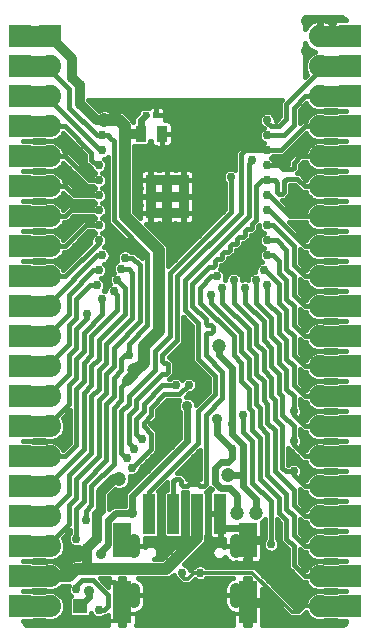
<source format=gbl>
G75*
%MOIN*%
%OFA0B0*%
%FSLAX25Y25*%
%IPPOS*%
%LPD*%
%AMOC8*
5,1,8,0,0,1.08239X$1,22.5*
%
%ADD10R,0.07400X0.07400*%
%ADD11C,0.07400*%
%ADD12C,0.04134*%
%ADD13R,0.03543X0.05512*%
%ADD14R,0.02441X0.02441*%
%ADD15R,0.03937X0.13386*%
%ADD16R,0.05906X0.14173*%
%ADD17R,0.05906X0.11811*%
%ADD18R,0.03543X0.03543*%
%ADD19R,0.04724X0.04724*%
%ADD20C,0.02953*%
%ADD21C,0.01200*%
%ADD22C,0.01600*%
%ADD23C,0.02400*%
%ADD24C,0.04000*%
%ADD25C,0.03200*%
%ADD26C,0.07000*%
%ADD27C,0.04724*%
%ADD28C,0.03543*%
D10*
X0007083Y0010050D03*
X0007083Y0020050D03*
X0007083Y0030050D03*
X0007083Y0040050D03*
X0007083Y0050050D03*
X0007083Y0060050D03*
X0007083Y0070050D03*
X0007083Y0080050D03*
X0007083Y0090050D03*
X0007083Y0100050D03*
X0007083Y0110050D03*
X0007083Y0120050D03*
X0007083Y0130050D03*
X0007083Y0140050D03*
X0007083Y0150050D03*
X0007083Y0160050D03*
X0007083Y0170050D03*
X0007083Y0180050D03*
X0007083Y0190050D03*
X0007083Y0200050D03*
X0017083Y0200050D03*
X0117083Y0200050D03*
X0117083Y0190050D03*
X0117083Y0180050D03*
X0117083Y0170050D03*
X0117083Y0160050D03*
X0117083Y0150050D03*
X0117083Y0140050D03*
X0117083Y0130050D03*
X0117083Y0120050D03*
X0117083Y0110050D03*
X0117083Y0100050D03*
X0117083Y0090050D03*
X0117083Y0080050D03*
X0117083Y0070050D03*
X0117083Y0060050D03*
X0117083Y0050050D03*
X0117083Y0040050D03*
X0117083Y0030050D03*
X0117083Y0020050D03*
X0117083Y0010050D03*
D11*
X0107083Y0010050D03*
X0107083Y0020050D03*
X0107083Y0030050D03*
X0107083Y0040050D03*
X0107083Y0050050D03*
X0107083Y0060050D03*
X0107083Y0070050D03*
X0107083Y0080050D03*
X0107083Y0090050D03*
X0107083Y0100050D03*
X0107083Y0110050D03*
X0107083Y0120050D03*
X0107083Y0130050D03*
X0107083Y0140050D03*
X0107083Y0150050D03*
X0107083Y0160050D03*
X0107083Y0170050D03*
X0107083Y0180050D03*
X0107083Y0190050D03*
X0107083Y0200050D03*
X0017083Y0190050D03*
X0017083Y0180050D03*
X0017083Y0170050D03*
X0017083Y0160050D03*
X0017083Y0150050D03*
X0017083Y0140050D03*
X0017083Y0130050D03*
X0017083Y0120050D03*
X0017083Y0110050D03*
X0017083Y0100050D03*
X0017083Y0090050D03*
X0017083Y0080050D03*
X0017083Y0070050D03*
X0017083Y0060050D03*
X0017083Y0050050D03*
X0017083Y0040050D03*
X0017083Y0030050D03*
X0017083Y0020050D03*
X0017083Y0010050D03*
D12*
X0045075Y0011644D02*
X0045075Y0015778D01*
X0045075Y0028101D02*
X0045075Y0032235D01*
X0079091Y0032235D02*
X0079091Y0028101D01*
X0079091Y0015778D02*
X0079091Y0011644D01*
D13*
X0054376Y0167550D03*
X0047289Y0167550D03*
D14*
X0049061Y0173800D03*
X0052604Y0173800D03*
D15*
X0050272Y0040867D03*
X0058146Y0040867D03*
X0066020Y0040867D03*
X0073894Y0040867D03*
D16*
X0082949Y0011339D03*
X0041217Y0011339D03*
D17*
X0041217Y0032206D03*
X0082949Y0032206D03*
D18*
X0061689Y0141103D03*
X0061689Y0146615D03*
X0061689Y0152127D03*
X0056177Y0152127D03*
X0056177Y0146615D03*
X0056177Y0141103D03*
X0050665Y0141103D03*
X0050665Y0146615D03*
X0050665Y0152127D03*
D19*
X0027083Y0010050D03*
D20*
X0025833Y0015675D03*
X0022083Y0015050D03*
X0022083Y0025050D03*
X0025833Y0032550D03*
X0028958Y0038800D03*
X0036458Y0018175D03*
X0033333Y0008800D03*
X0022083Y0005050D03*
X0048333Y0007550D03*
X0052083Y0007550D03*
X0055833Y0007550D03*
X0055833Y0011300D03*
X0055833Y0015050D03*
X0059583Y0015050D03*
X0059583Y0011300D03*
X0059583Y0007550D03*
X0064583Y0007550D03*
X0064583Y0011300D03*
X0064583Y0015050D03*
X0068333Y0015050D03*
X0068333Y0011300D03*
X0068333Y0007550D03*
X0072083Y0007550D03*
X0075833Y0007550D03*
X0067083Y0021300D03*
X0061098Y0021300D03*
X0045208Y0052550D03*
X0044583Y0056300D03*
X0042708Y0059425D03*
X0045208Y0062550D03*
X0047708Y0065675D03*
X0057083Y0076300D03*
X0058958Y0083800D03*
X0063333Y0083800D03*
X0062708Y0097855D03*
X0070833Y0113800D03*
X0074583Y0116300D03*
X0072708Y0120050D03*
X0078333Y0118800D03*
X0082083Y0116300D03*
X0082083Y0121300D03*
X0082083Y0125050D03*
X0082083Y0128800D03*
X0085833Y0128800D03*
X0085833Y0125050D03*
X0088333Y0122009D03*
X0085833Y0118800D03*
X0089583Y0117009D03*
X0089583Y0127009D03*
X0089583Y0132009D03*
X0085833Y0132550D03*
X0089583Y0137009D03*
X0089583Y0142009D03*
X0089583Y0147009D03*
X0089583Y0152009D03*
X0089583Y0157009D03*
X0089583Y0162009D03*
X0089583Y0167009D03*
X0089583Y0172009D03*
X0085833Y0173800D03*
X0085833Y0170050D03*
X0082083Y0170050D03*
X0082083Y0166300D03*
X0078333Y0166300D03*
X0078333Y0170050D03*
X0078333Y0173800D03*
X0078333Y0177550D03*
X0082083Y0177550D03*
X0082083Y0173800D03*
X0085833Y0177550D03*
X0089583Y0177550D03*
X0078333Y0162550D03*
X0074583Y0162550D03*
X0074583Y0158800D03*
X0070833Y0158800D03*
X0070833Y0155050D03*
X0070833Y0151300D03*
X0070833Y0147550D03*
X0070833Y0143800D03*
X0070833Y0140050D03*
X0067083Y0140050D03*
X0067083Y0136300D03*
X0063333Y0133800D03*
X0059583Y0133800D03*
X0059583Y0130050D03*
X0055833Y0133800D03*
X0067083Y0143800D03*
X0067083Y0147550D03*
X0067083Y0151300D03*
X0067083Y0155050D03*
X0067083Y0158800D03*
X0067083Y0162550D03*
X0067083Y0166300D03*
X0067083Y0170050D03*
X0067083Y0173800D03*
X0067083Y0177550D03*
X0070833Y0177550D03*
X0070833Y0173800D03*
X0070833Y0170050D03*
X0070833Y0166300D03*
X0070833Y0162550D03*
X0074583Y0166300D03*
X0074583Y0170050D03*
X0074583Y0173800D03*
X0074583Y0177550D03*
X0063333Y0177550D03*
X0063333Y0173800D03*
X0063333Y0170050D03*
X0063333Y0166300D03*
X0063333Y0162550D03*
X0063333Y0158800D03*
X0059583Y0158800D03*
X0059583Y0162550D03*
X0059583Y0166300D03*
X0059583Y0170050D03*
X0059583Y0173800D03*
X0059583Y0177550D03*
X0055833Y0177550D03*
X0055833Y0173800D03*
X0052083Y0177550D03*
X0048333Y0177550D03*
X0044583Y0177550D03*
X0040833Y0177550D03*
X0037083Y0177550D03*
X0034583Y0167009D03*
X0034583Y0162009D03*
X0033333Y0157009D03*
X0033333Y0152009D03*
X0033333Y0147009D03*
X0033333Y0142009D03*
X0033333Y0137009D03*
X0033333Y0132009D03*
X0034583Y0127009D03*
X0033333Y0122009D03*
X0032708Y0117009D03*
X0034583Y0112550D03*
X0038333Y0115050D03*
X0039583Y0118800D03*
X0040833Y0122550D03*
X0042083Y0126300D03*
X0038333Y0130050D03*
X0038333Y0133800D03*
X0048333Y0158800D03*
X0048333Y0162550D03*
X0052083Y0162550D03*
X0052083Y0158800D03*
X0055833Y0158800D03*
X0055833Y0162550D03*
X0077395Y0153175D03*
X0084583Y0158800D03*
X0102083Y0155050D03*
X0102083Y0145050D03*
X0102083Y0135050D03*
X0102083Y0125050D03*
X0102083Y0115050D03*
X0102083Y0105050D03*
X0102083Y0095050D03*
X0102083Y0085050D03*
X0102083Y0075050D03*
X0098333Y0075050D03*
X0098333Y0065050D03*
X0102083Y0065050D03*
X0102083Y0055050D03*
X0098333Y0055050D03*
X0102083Y0045050D03*
X0102083Y0035050D03*
X0102083Y0025050D03*
X0102083Y0015050D03*
X0102083Y0005050D03*
X0090833Y0030778D03*
X0077708Y0062550D03*
X0077708Y0070675D03*
X0081458Y0073800D03*
X0065833Y0058800D03*
X0058333Y0066300D03*
X0043333Y0093800D03*
X0029583Y0107550D03*
X0022083Y0125050D03*
X0022083Y0135050D03*
X0022083Y0145050D03*
X0022083Y0155050D03*
X0022083Y0165050D03*
X0078333Y0125050D03*
X0102083Y0165050D03*
X0102083Y0175050D03*
X0102083Y0195050D03*
X0102083Y0205050D03*
X0022083Y0065050D03*
D21*
X0040823Y0010946D02*
X0040823Y0007550D01*
X0042083Y0007550D01*
X0042083Y0005050D01*
X0022083Y0005050D01*
X0042083Y0007550D02*
X0048333Y0007550D01*
X0052083Y0007550D01*
X0055833Y0007550D01*
X0055833Y0011300D01*
X0055833Y0015050D01*
X0059583Y0015050D02*
X0059583Y0011300D01*
X0059583Y0007550D01*
X0064583Y0007550D01*
X0064583Y0011300D01*
X0064583Y0015050D01*
X0063020Y0019113D02*
X0065208Y0021300D01*
X0067083Y0021300D01*
X0084583Y0021300D01*
X0097708Y0008175D01*
X0100208Y0008175D01*
X0102083Y0010050D01*
X0107083Y0010050D01*
X0082949Y0011339D02*
X0082949Y0007550D01*
X0075833Y0007550D01*
X0072083Y0007550D01*
X0068333Y0007550D01*
X0068333Y0011300D01*
X0068333Y0015050D01*
X0068333Y0007550D02*
X0064583Y0007550D01*
X0059583Y0007550D02*
X0055833Y0007550D01*
X0061770Y0019113D02*
X0063020Y0019113D01*
X0061770Y0019113D02*
X0061098Y0019784D01*
X0061098Y0021300D01*
X0082083Y0121300D02*
X0082083Y0125050D01*
X0078333Y0125050D01*
X0082083Y0125050D02*
X0082083Y0128800D01*
X0085833Y0128800D01*
X0085833Y0125050D01*
X0085833Y0128800D02*
X0085833Y0132550D01*
X0070833Y0140050D02*
X0070833Y0143800D01*
X0070833Y0147550D01*
X0070833Y0151300D01*
X0070833Y0155050D01*
X0070833Y0158800D01*
X0074583Y0158800D01*
X0074583Y0162550D02*
X0078333Y0162550D01*
X0078333Y0166300D02*
X0082083Y0166300D01*
X0082083Y0170050D02*
X0085833Y0170050D01*
X0085833Y0173800D02*
X0082083Y0173800D01*
X0078333Y0173800D01*
X0074583Y0173800D01*
X0070833Y0173800D01*
X0067083Y0173800D01*
X0063333Y0173800D01*
X0059583Y0173800D01*
X0055833Y0173800D01*
X0052604Y0173800D01*
X0052083Y0177550D02*
X0055833Y0177550D01*
X0059583Y0177550D01*
X0059583Y0173800D01*
X0059583Y0170050D01*
X0063333Y0170050D01*
X0067083Y0170050D01*
X0070833Y0170050D01*
X0074583Y0170050D01*
X0078333Y0170050D01*
X0082083Y0170050D01*
X0078333Y0166300D02*
X0074583Y0166300D01*
X0070833Y0166300D01*
X0067083Y0166300D01*
X0063333Y0166300D01*
X0059583Y0166300D01*
X0059583Y0167550D01*
X0054376Y0167550D01*
X0055833Y0162550D02*
X0052083Y0162550D01*
X0048333Y0162550D01*
X0048333Y0158800D02*
X0052083Y0158800D01*
X0055833Y0158800D01*
X0059583Y0158800D01*
X0063333Y0158800D01*
X0067083Y0158800D01*
X0067083Y0155050D01*
X0067083Y0151300D01*
X0067083Y0147550D01*
X0067083Y0143800D01*
X0067083Y0140050D01*
X0067083Y0136300D01*
X0063333Y0133800D02*
X0059583Y0133800D01*
X0059583Y0130050D01*
X0059583Y0133800D02*
X0055833Y0133800D01*
X0061689Y0141103D02*
X0061689Y0146615D01*
X0056177Y0146615D01*
X0059583Y0158800D02*
X0059583Y0162550D01*
X0063333Y0162550D01*
X0067083Y0162550D01*
X0070833Y0162550D01*
X0074583Y0162550D01*
X0070833Y0158800D02*
X0067083Y0158800D01*
X0059583Y0162550D02*
X0055833Y0162550D01*
X0059583Y0162550D02*
X0059583Y0166300D01*
X0059583Y0170050D01*
X0059583Y0177550D02*
X0063333Y0177550D01*
X0067083Y0177550D01*
X0070833Y0177550D01*
X0074583Y0177550D01*
X0078333Y0177550D01*
X0082083Y0177550D01*
X0085833Y0177550D01*
X0089583Y0177550D01*
X0052083Y0177550D02*
X0048333Y0177550D01*
X0044583Y0177550D01*
X0040833Y0177550D01*
X0037083Y0177550D01*
X0038333Y0133800D02*
X0038333Y0130050D01*
D22*
X0036936Y0128581D02*
X0037359Y0127561D01*
X0037359Y0126456D01*
X0036936Y0125436D01*
X0036155Y0124655D01*
X0035135Y0124232D01*
X0035035Y0124232D01*
X0035686Y0123581D01*
X0036109Y0122561D01*
X0036109Y0121456D01*
X0035686Y0120436D01*
X0034905Y0119655D01*
X0034240Y0119379D01*
X0034280Y0119362D01*
X0035061Y0118581D01*
X0035484Y0117561D01*
X0035484Y0116456D01*
X0035061Y0115436D01*
X0034952Y0115326D01*
X0035135Y0115326D01*
X0035556Y0115152D01*
X0035556Y0115602D01*
X0035979Y0116623D01*
X0036760Y0117404D01*
X0037098Y0117544D01*
X0036806Y0118248D01*
X0036806Y0119352D01*
X0037229Y0120373D01*
X0038010Y0121154D01*
X0038348Y0121294D01*
X0038056Y0121998D01*
X0038056Y0123102D01*
X0038479Y0124123D01*
X0039260Y0124904D01*
X0039598Y0125044D01*
X0039306Y0125748D01*
X0039306Y0126852D01*
X0039729Y0127873D01*
X0040510Y0128654D01*
X0041530Y0129076D01*
X0042635Y0129076D01*
X0043655Y0128654D01*
X0044059Y0128250D01*
X0045390Y0128250D01*
X0047633Y0126008D01*
X0047633Y0126742D01*
X0037525Y0136850D01*
X0036383Y0137992D01*
X0036383Y0159882D01*
X0036155Y0159655D01*
X0035135Y0159232D01*
X0035035Y0159232D01*
X0035686Y0158581D01*
X0036109Y0157561D01*
X0036109Y0156456D01*
X0035686Y0155436D01*
X0034905Y0154655D01*
X0034552Y0154509D01*
X0034905Y0154362D01*
X0035686Y0153581D01*
X0036109Y0152561D01*
X0036109Y0151456D01*
X0035686Y0150436D01*
X0034905Y0149655D01*
X0034552Y0149509D01*
X0034905Y0149362D01*
X0035686Y0148581D01*
X0036109Y0147561D01*
X0036109Y0146456D01*
X0035686Y0145436D01*
X0034905Y0144655D01*
X0034552Y0144509D01*
X0034905Y0144362D01*
X0035686Y0143581D01*
X0036109Y0142561D01*
X0036109Y0141456D01*
X0035686Y0140436D01*
X0034905Y0139655D01*
X0034552Y0139509D01*
X0034905Y0139362D01*
X0035686Y0138581D01*
X0036109Y0137561D01*
X0036109Y0136456D01*
X0035686Y0135436D01*
X0034905Y0134655D01*
X0034552Y0134509D01*
X0034905Y0134362D01*
X0035686Y0133581D01*
X0036109Y0132561D01*
X0036109Y0131456D01*
X0035686Y0130436D01*
X0035035Y0129785D01*
X0035135Y0129785D01*
X0036155Y0129362D01*
X0036936Y0128581D01*
X0036685Y0128832D02*
X0040941Y0128832D01*
X0039464Y0127234D02*
X0037359Y0127234D01*
X0037019Y0125635D02*
X0039353Y0125635D01*
X0038443Y0124037D02*
X0035231Y0124037D01*
X0036109Y0122438D02*
X0038056Y0122438D01*
X0037696Y0120840D02*
X0035854Y0120840D01*
X0036806Y0119241D02*
X0034401Y0119241D01*
X0035450Y0117643D02*
X0037057Y0117643D01*
X0035739Y0116044D02*
X0035313Y0116044D01*
X0032708Y0117009D02*
X0030291Y0117009D01*
X0025833Y0112550D01*
X0025833Y0106300D01*
X0023333Y0103800D01*
X0023333Y0097550D01*
X0017083Y0091300D01*
X0017083Y0090050D01*
X0023333Y0087550D02*
X0017083Y0081300D01*
X0017083Y0080050D01*
X0023883Y0075342D02*
X0021351Y0072811D01*
X0022083Y0071045D01*
X0022083Y0069055D01*
X0021321Y0067218D01*
X0019915Y0065811D01*
X0018077Y0065050D01*
X0016088Y0065050D01*
X0015243Y0065400D01*
X0011671Y0065400D01*
X0011321Y0065050D01*
X0008276Y0065050D01*
X0008276Y0065050D01*
X0011321Y0065050D01*
X0011671Y0064700D01*
X0015243Y0064700D01*
X0016088Y0065050D01*
X0018077Y0065050D01*
X0019915Y0064289D01*
X0021321Y0062882D01*
X0021566Y0062291D01*
X0023883Y0064608D01*
X0023883Y0075342D01*
X0023883Y0074483D02*
X0023023Y0074483D01*
X0023883Y0072884D02*
X0021425Y0072884D01*
X0021983Y0071286D02*
X0023883Y0071286D01*
X0023883Y0069687D02*
X0022083Y0069687D01*
X0021682Y0068089D02*
X0023883Y0068089D01*
X0023883Y0066490D02*
X0020594Y0066490D01*
X0020910Y0063293D02*
X0022568Y0063293D01*
X0023883Y0064892D02*
X0018459Y0064892D01*
X0015707Y0064892D02*
X0011479Y0064892D01*
X0017083Y0060050D02*
X0022083Y0060050D01*
X0025833Y0063800D01*
X0025833Y0082550D01*
X0028333Y0085050D01*
X0028333Y0091300D01*
X0030833Y0093800D01*
X0030833Y0100050D01*
X0039583Y0108800D01*
X0039583Y0113800D01*
X0038333Y0115050D01*
X0039583Y0118800D02*
X0042083Y0116300D01*
X0042083Y0107550D01*
X0033333Y0098800D01*
X0033333Y0092550D01*
X0030833Y0090050D01*
X0030833Y0083800D01*
X0028333Y0081300D01*
X0028333Y0062550D01*
X0017083Y0051300D01*
X0017083Y0050050D01*
X0023333Y0047550D02*
X0017083Y0041300D01*
X0017083Y0040050D01*
X0023883Y0035342D02*
X0021351Y0032811D01*
X0022083Y0031045D01*
X0022083Y0029055D01*
X0021321Y0027218D01*
X0019915Y0025811D01*
X0018077Y0025050D01*
X0016088Y0025050D01*
X0015243Y0025400D01*
X0011671Y0025400D01*
X0011321Y0025050D01*
X0008276Y0025050D01*
X0008276Y0025050D01*
X0011321Y0025050D01*
X0011671Y0024700D01*
X0015243Y0024700D01*
X0016088Y0025050D01*
X0018077Y0025050D01*
X0019915Y0024289D01*
X0021004Y0023200D01*
X0022028Y0023200D01*
X0023162Y0024334D01*
X0024048Y0025220D01*
X0025206Y0025700D01*
X0026833Y0025700D01*
X0026833Y0029959D01*
X0026385Y0029774D01*
X0025280Y0029774D01*
X0024260Y0030196D01*
X0023479Y0030977D01*
X0023056Y0031998D01*
X0023056Y0033102D01*
X0023479Y0034123D01*
X0023883Y0034526D01*
X0023883Y0035342D01*
X0023877Y0034520D02*
X0023061Y0034520D01*
X0023056Y0032922D02*
X0021462Y0032922D01*
X0021967Y0031323D02*
X0023336Y0031323D01*
X0022083Y0029725D02*
X0026833Y0029725D01*
X0026833Y0028126D02*
X0021698Y0028126D01*
X0020631Y0026528D02*
X0026833Y0026528D01*
X0023757Y0024929D02*
X0018369Y0024929D01*
X0015796Y0024929D02*
X0011442Y0024929D01*
X0017083Y0030050D02*
X0017083Y0031300D01*
X0023333Y0037550D01*
X0023333Y0043800D01*
X0025833Y0046300D01*
X0025833Y0052550D01*
X0033333Y0060050D01*
X0033333Y0078800D01*
X0035833Y0081300D01*
X0035833Y0087550D01*
X0038333Y0090050D01*
X0038333Y0096300D01*
X0047083Y0105050D01*
X0047083Y0123800D01*
X0044583Y0126300D01*
X0042083Y0126300D01*
X0043224Y0128832D02*
X0045543Y0128832D01*
X0046406Y0127234D02*
X0047141Y0127234D01*
X0049583Y0127550D02*
X0038333Y0138800D01*
X0038333Y0165050D01*
X0037083Y0166300D01*
X0036374Y0167009D01*
X0034583Y0167009D01*
X0032624Y0167009D01*
X0023333Y0176300D01*
X0023333Y0182550D01*
X0017083Y0188800D01*
X0017083Y0190050D01*
X0017083Y0180050D02*
X0017083Y0178800D01*
X0033874Y0162009D01*
X0034583Y0162009D01*
X0035064Y0159204D02*
X0036383Y0159204D01*
X0036383Y0157606D02*
X0036091Y0157606D01*
X0035923Y0156007D02*
X0036383Y0156007D01*
X0036383Y0154409D02*
X0034794Y0154409D01*
X0036006Y0152810D02*
X0036383Y0152810D01*
X0036383Y0151212D02*
X0036008Y0151212D01*
X0036383Y0149613D02*
X0034804Y0149613D01*
X0035921Y0148015D02*
X0036383Y0148015D01*
X0036383Y0146416D02*
X0036092Y0146416D01*
X0036383Y0144818D02*
X0035068Y0144818D01*
X0035836Y0143219D02*
X0036383Y0143219D01*
X0036383Y0141620D02*
X0036109Y0141620D01*
X0036383Y0140022D02*
X0035272Y0140022D01*
X0035752Y0138423D02*
X0036383Y0138423D01*
X0036109Y0136825D02*
X0037550Y0136825D01*
X0039149Y0135226D02*
X0035477Y0135226D01*
X0035640Y0133628D02*
X0040747Y0133628D01*
X0042346Y0132029D02*
X0036109Y0132029D01*
X0035681Y0130431D02*
X0043944Y0130431D01*
X0049583Y0127550D02*
X0049583Y0103800D01*
X0043333Y0097550D01*
X0043333Y0093800D01*
X0042083Y0093800D01*
X0040833Y0092550D01*
X0040833Y0088800D01*
X0038333Y0086300D01*
X0038333Y0080050D01*
X0035833Y0077550D01*
X0035833Y0058800D01*
X0028333Y0051300D01*
X0028333Y0045050D01*
X0025833Y0042550D01*
X0025833Y0032550D01*
X0028958Y0038800D02*
X0028958Y0041925D01*
X0030833Y0043800D01*
X0030833Y0050050D01*
X0038333Y0057550D01*
X0038333Y0076300D01*
X0040833Y0078800D01*
X0040833Y0083175D01*
X0042708Y0085050D01*
X0045208Y0087550D02*
X0045208Y0088800D01*
X0052083Y0088800D02*
X0043333Y0080050D01*
X0043333Y0077550D01*
X0040833Y0075050D01*
X0040833Y0061300D01*
X0042708Y0059425D01*
X0044583Y0056300D02*
X0050833Y0062550D01*
X0050833Y0067550D01*
X0048333Y0070050D01*
X0048333Y0071300D01*
X0050833Y0073800D01*
X0050833Y0076300D01*
X0055208Y0080675D01*
X0060208Y0080675D01*
X0063333Y0083800D01*
X0063314Y0081024D02*
X0063885Y0081024D01*
X0064905Y0081446D01*
X0065686Y0082227D01*
X0066109Y0083248D01*
X0066109Y0084352D01*
X0065686Y0085373D01*
X0064905Y0086154D01*
X0063885Y0086576D01*
X0062780Y0086576D01*
X0061760Y0086154D01*
X0061145Y0085539D01*
X0060530Y0086154D01*
X0059510Y0086576D01*
X0058405Y0086576D01*
X0057385Y0086154D01*
X0056981Y0085750D01*
X0056790Y0085750D01*
X0057265Y0086225D01*
X0058408Y0087367D01*
X0058408Y0091483D01*
X0057783Y0092108D01*
X0056715Y0093175D01*
X0061533Y0097992D01*
X0061533Y0106592D01*
X0064508Y0103617D01*
X0064508Y0091742D01*
X0070133Y0086117D01*
X0070133Y0081483D01*
X0065779Y0077129D01*
X0065779Y0077536D01*
X0065312Y0078665D01*
X0064448Y0079529D01*
X0063319Y0079997D01*
X0062287Y0079997D01*
X0063314Y0081024D01*
X0063167Y0080877D02*
X0069527Y0080877D01*
X0070133Y0082476D02*
X0065789Y0082476D01*
X0066109Y0084074D02*
X0070133Y0084074D01*
X0070133Y0085673D02*
X0065386Y0085673D01*
X0067380Y0088870D02*
X0058408Y0088870D01*
X0058408Y0090468D02*
X0065782Y0090468D01*
X0064508Y0092067D02*
X0057824Y0092067D01*
X0057206Y0093665D02*
X0064508Y0093665D01*
X0064508Y0095264D02*
X0058804Y0095264D01*
X0060403Y0096862D02*
X0064508Y0096862D01*
X0064508Y0098461D02*
X0061533Y0098461D01*
X0061533Y0100059D02*
X0064508Y0100059D01*
X0064508Y0101658D02*
X0061533Y0101658D01*
X0061533Y0103256D02*
X0064508Y0103256D01*
X0063270Y0104855D02*
X0061533Y0104855D01*
X0061533Y0106453D02*
X0061672Y0106453D01*
X0062083Y0108800D02*
X0066458Y0104425D01*
X0066458Y0092550D01*
X0072083Y0086925D01*
X0072083Y0080675D01*
X0066458Y0075050D01*
X0066458Y0064425D01*
X0050272Y0048239D01*
X0050272Y0040867D01*
X0053540Y0040914D02*
X0054877Y0040914D01*
X0054877Y0039316D02*
X0053540Y0039316D01*
X0053540Y0037717D02*
X0054877Y0037717D01*
X0054877Y0036119D02*
X0053540Y0036119D01*
X0053540Y0034520D02*
X0054877Y0034520D01*
X0054877Y0033636D02*
X0055639Y0032874D01*
X0060653Y0032874D01*
X0061414Y0033636D01*
X0061414Y0048098D01*
X0061412Y0048100D01*
X0062753Y0048100D01*
X0062751Y0048098D01*
X0062751Y0033923D01*
X0054528Y0025700D01*
X0051675Y0025700D01*
X0052161Y0025901D01*
X0052885Y0026625D01*
X0053276Y0027570D01*
X0053276Y0028593D01*
X0052885Y0029538D01*
X0052161Y0030262D01*
X0051216Y0030653D01*
X0050193Y0030653D01*
X0049248Y0030262D01*
X0048942Y0029955D01*
X0048942Y0030168D01*
X0045969Y0030168D01*
X0045969Y0030168D01*
X0048942Y0030168D01*
X0048942Y0032616D01*
X0048890Y0032874D01*
X0052779Y0032874D01*
X0053540Y0033636D01*
X0053540Y0048098D01*
X0053214Y0048424D01*
X0056196Y0051405D01*
X0056196Y0050930D01*
X0056196Y0048860D01*
X0055639Y0048860D01*
X0054877Y0048098D01*
X0054877Y0033636D01*
X0055591Y0032922D02*
X0052826Y0032922D01*
X0052698Y0029725D02*
X0058553Y0029725D01*
X0060151Y0031323D02*
X0048942Y0031323D01*
X0045075Y0031529D02*
X0045075Y0031529D01*
X0045075Y0032882D01*
X0045075Y0032882D01*
X0045075Y0031529D01*
X0042233Y0043650D02*
X0037984Y0043650D01*
X0036708Y0042373D01*
X0036708Y0047036D01*
X0038829Y0049157D01*
X0039479Y0048888D01*
X0040936Y0048888D01*
X0042282Y0049445D01*
X0043312Y0050476D01*
X0043870Y0051822D01*
X0043870Y0053278D01*
X0043714Y0053655D01*
X0044030Y0053524D01*
X0045135Y0053524D01*
X0046155Y0053946D01*
X0046936Y0054727D01*
X0047359Y0055748D01*
X0047359Y0056319D01*
X0051640Y0060600D01*
X0052783Y0061742D01*
X0052783Y0068358D01*
X0050465Y0070675D01*
X0051640Y0071850D01*
X0051640Y0071850D01*
X0052783Y0072992D01*
X0052783Y0075492D01*
X0056015Y0078725D01*
X0060164Y0078725D01*
X0060104Y0078665D01*
X0059636Y0077536D01*
X0059636Y0076314D01*
X0060104Y0075185D01*
X0060358Y0074931D01*
X0060358Y0066023D01*
X0042233Y0047898D01*
X0042233Y0043650D01*
X0042233Y0044111D02*
X0036708Y0044111D01*
X0036708Y0042513D02*
X0036847Y0042513D01*
X0036708Y0045710D02*
X0042233Y0045710D01*
X0042233Y0047308D02*
X0036980Y0047308D01*
X0038579Y0048907D02*
X0039433Y0048907D01*
X0040982Y0048907D02*
X0043241Y0048907D01*
X0043325Y0050505D02*
X0044840Y0050505D01*
X0043870Y0052104D02*
X0046438Y0052104D01*
X0045833Y0052550D02*
X0058333Y0065050D01*
X0058333Y0066300D01*
X0058333Y0072550D01*
X0057083Y0073800D01*
X0057083Y0076300D01*
X0054970Y0077680D02*
X0059696Y0077680D01*
X0059732Y0076082D02*
X0053372Y0076082D01*
X0052783Y0074483D02*
X0060358Y0074483D01*
X0060358Y0072884D02*
X0052675Y0072884D01*
X0051076Y0071286D02*
X0060358Y0071286D01*
X0060358Y0069687D02*
X0051453Y0069687D01*
X0052783Y0068089D02*
X0060358Y0068089D01*
X0060358Y0066490D02*
X0052783Y0066490D01*
X0052783Y0064892D02*
X0059226Y0064892D01*
X0057628Y0063293D02*
X0052783Y0063293D01*
X0052735Y0061695D02*
X0056029Y0061695D01*
X0054431Y0060096D02*
X0051137Y0060096D01*
X0049538Y0058498D02*
X0052832Y0058498D01*
X0051234Y0056899D02*
X0047940Y0056899D01*
X0047174Y0055301D02*
X0049635Y0055301D01*
X0048037Y0053702D02*
X0045566Y0053702D01*
X0045833Y0052550D02*
X0045208Y0052550D01*
X0045208Y0062550D02*
X0043333Y0064425D01*
X0043333Y0073800D01*
X0045833Y0076300D01*
X0045833Y0078800D01*
X0054583Y0087550D01*
X0055833Y0087550D01*
X0056458Y0088175D01*
X0056458Y0090675D01*
X0055833Y0091300D01*
X0055208Y0091300D01*
X0054583Y0091925D01*
X0054583Y0093800D01*
X0059583Y0098800D01*
X0059583Y0120050D01*
X0080833Y0141300D01*
X0080833Y0160675D01*
X0082166Y0162009D01*
X0089583Y0162009D01*
X0094041Y0162009D01*
X0102083Y0170050D01*
X0107083Y0170050D01*
X0108922Y0165400D02*
X0112494Y0165400D01*
X0112844Y0165050D01*
X0112494Y0164700D01*
X0108922Y0164700D01*
X0108077Y0165050D01*
X0108922Y0165400D01*
X0108077Y0165050D02*
X0106088Y0165050D01*
X0104250Y0165811D01*
X0102844Y0167218D01*
X0102599Y0167809D01*
X0094849Y0160059D01*
X0091559Y0160059D01*
X0091155Y0159655D01*
X0090802Y0159509D01*
X0091155Y0159362D01*
X0091559Y0158959D01*
X0094140Y0158959D01*
X0095474Y0157625D01*
X0096383Y0157625D01*
X0096383Y0158670D01*
X0097525Y0159812D01*
X0099712Y0162000D01*
X0102478Y0162000D01*
X0102844Y0162882D01*
X0104250Y0164289D01*
X0106088Y0165050D01*
X0108077Y0165050D01*
X0107083Y0160050D02*
X0100520Y0160050D01*
X0098333Y0157863D01*
X0098333Y0156300D01*
X0097708Y0155675D01*
X0094666Y0155675D01*
X0093333Y0157009D01*
X0089583Y0157009D01*
X0091314Y0159204D02*
X0096917Y0159204D01*
X0095593Y0160803D02*
X0098515Y0160803D01*
X0097192Y0162401D02*
X0102645Y0162401D01*
X0103961Y0164000D02*
X0098790Y0164000D01*
X0100389Y0165598D02*
X0104765Y0165598D01*
X0102865Y0167197D02*
X0101987Y0167197D01*
X0100283Y0171008D02*
X0100283Y0175492D01*
X0102599Y0177809D01*
X0102844Y0177218D01*
X0104250Y0175811D01*
X0106088Y0175050D01*
X0108077Y0175050D01*
X0108922Y0175400D01*
X0112494Y0175400D01*
X0112844Y0175050D01*
X0112494Y0174700D01*
X0108922Y0174700D01*
X0108077Y0175050D01*
X0106088Y0175050D01*
X0104250Y0174289D01*
X0102844Y0172882D01*
X0102478Y0172000D01*
X0101275Y0172000D01*
X0100283Y0171008D01*
X0100283Y0171992D02*
X0101267Y0171992D01*
X0100283Y0173591D02*
X0103552Y0173591D01*
X0105752Y0175189D02*
X0100283Y0175189D01*
X0101578Y0176788D02*
X0103274Y0176788D01*
X0102083Y0180050D02*
X0107083Y0180050D01*
X0108413Y0175189D02*
X0112705Y0175189D01*
X0112844Y0175050D02*
X0115889Y0175050D01*
X0115889Y0175050D01*
X0112844Y0175050D01*
X0112844Y0165050D02*
X0115889Y0165050D01*
X0112844Y0165050D01*
X0115889Y0165050D02*
X0115889Y0165050D01*
X0115889Y0155050D02*
X0112844Y0155050D01*
X0112494Y0154700D01*
X0108922Y0154700D01*
X0108077Y0155050D01*
X0108922Y0155400D01*
X0112494Y0155400D01*
X0112844Y0155050D01*
X0115889Y0155050D01*
X0115889Y0155050D01*
X0115889Y0145050D02*
X0112844Y0145050D01*
X0112494Y0144700D01*
X0108922Y0144700D01*
X0108077Y0145050D01*
X0108922Y0145400D01*
X0112494Y0145400D01*
X0112844Y0145050D01*
X0115889Y0145050D01*
X0115889Y0145050D01*
X0112612Y0144818D02*
X0108638Y0144818D01*
X0108077Y0145050D02*
X0106088Y0145050D01*
X0104250Y0145811D01*
X0102844Y0147218D01*
X0102478Y0148100D01*
X0101275Y0148100D01*
X0100133Y0149242D01*
X0098775Y0150600D01*
X0097158Y0150600D01*
X0097158Y0147367D01*
X0096015Y0146225D01*
X0095390Y0145600D01*
X0094290Y0145600D01*
X0097890Y0142000D01*
X0102478Y0142000D01*
X0102844Y0142882D01*
X0104250Y0144289D01*
X0106088Y0145050D01*
X0108077Y0145050D01*
X0107083Y0150050D02*
X0102083Y0150050D01*
X0099583Y0152550D01*
X0095989Y0152550D01*
X0095208Y0151769D01*
X0095208Y0148175D01*
X0094583Y0147550D01*
X0093333Y0147550D01*
X0092708Y0148175D01*
X0092708Y0151300D01*
X0091999Y0152009D01*
X0089583Y0152009D01*
X0087791Y0152009D01*
X0085833Y0150050D01*
X0085833Y0138800D01*
X0084583Y0137550D01*
X0084583Y0136300D01*
X0083958Y0135675D01*
X0082708Y0135675D01*
X0082083Y0135050D01*
X0082083Y0133800D01*
X0081458Y0133175D01*
X0080208Y0133175D01*
X0079583Y0132550D01*
X0079583Y0131300D01*
X0078958Y0130675D01*
X0077708Y0130675D01*
X0077083Y0130050D01*
X0077083Y0128800D01*
X0076458Y0128175D01*
X0075208Y0128175D01*
X0074583Y0127550D01*
X0074583Y0126300D01*
X0073958Y0125675D01*
X0072708Y0125675D01*
X0072083Y0125050D01*
X0072083Y0123800D01*
X0071458Y0123175D01*
X0070208Y0123175D01*
X0064583Y0117550D01*
X0064583Y0110050D01*
X0068958Y0105675D01*
X0068958Y0104425D01*
X0069583Y0103800D01*
X0070833Y0103800D01*
X0071458Y0103175D01*
X0071458Y0101925D01*
X0070833Y0101300D01*
X0069583Y0101300D01*
X0068958Y0100675D01*
X0068958Y0093800D01*
X0074583Y0088175D01*
X0074583Y0079425D01*
X0068958Y0073800D01*
X0068958Y0050675D01*
X0068333Y0050050D01*
X0067083Y0050050D01*
X0066458Y0050675D01*
X0063333Y0050675D01*
X0062708Y0050050D01*
X0061458Y0050050D01*
X0060833Y0050675D01*
X0060833Y0051925D01*
X0060208Y0052550D01*
X0058958Y0052550D01*
X0058146Y0051738D01*
X0058146Y0040867D01*
X0054877Y0042513D02*
X0053540Y0042513D01*
X0053540Y0044111D02*
X0054877Y0044111D01*
X0054877Y0045710D02*
X0053540Y0045710D01*
X0053540Y0047308D02*
X0054877Y0047308D01*
X0053697Y0048907D02*
X0056196Y0048907D01*
X0056196Y0050505D02*
X0055296Y0050505D01*
X0059290Y0054500D02*
X0067008Y0062217D01*
X0067008Y0052625D01*
X0064140Y0052625D01*
X0062783Y0052625D01*
X0062783Y0052733D01*
X0062158Y0053358D01*
X0061015Y0054500D01*
X0059290Y0054500D01*
X0060091Y0055301D02*
X0067008Y0055301D01*
X0067008Y0056899D02*
X0061690Y0056899D01*
X0063288Y0058498D02*
X0067008Y0058498D01*
X0067008Y0060096D02*
X0064887Y0060096D01*
X0066485Y0061695D02*
X0067008Y0061695D01*
X0067008Y0053702D02*
X0061813Y0053702D01*
X0061414Y0047308D02*
X0062751Y0047308D01*
X0062751Y0045710D02*
X0061414Y0045710D01*
X0061414Y0044111D02*
X0062751Y0044111D01*
X0062751Y0042513D02*
X0061414Y0042513D01*
X0061414Y0040914D02*
X0062751Y0040914D01*
X0062751Y0039316D02*
X0061414Y0039316D01*
X0061414Y0037717D02*
X0062751Y0037717D01*
X0062751Y0036119D02*
X0061414Y0036119D01*
X0061414Y0034520D02*
X0062751Y0034520D01*
X0061750Y0032922D02*
X0060700Y0032922D01*
X0056954Y0028126D02*
X0053276Y0028126D01*
X0052788Y0026528D02*
X0055356Y0026528D01*
X0058370Y0020632D02*
X0057617Y0019880D01*
X0056459Y0019400D01*
X0046436Y0019400D01*
X0046906Y0019205D01*
X0047540Y0018782D01*
X0048078Y0018243D01*
X0048502Y0017610D01*
X0048793Y0016906D01*
X0048942Y0016159D01*
X0048942Y0013711D01*
X0045969Y0013711D01*
X0045969Y0013711D01*
X0048942Y0013711D01*
X0048942Y0011264D01*
X0048793Y0010517D01*
X0048502Y0009813D01*
X0048078Y0009179D01*
X0047540Y0008641D01*
X0046906Y0008218D01*
X0046203Y0007926D01*
X0045969Y0007880D01*
X0045969Y0004016D01*
X0045896Y0003744D01*
X0078269Y0003744D01*
X0078196Y0004016D01*
X0078196Y0007880D01*
X0077963Y0007926D01*
X0077259Y0008218D01*
X0076626Y0008641D01*
X0076087Y0009179D01*
X0075664Y0009813D01*
X0075372Y0010517D01*
X0075224Y0011264D01*
X0075224Y0013711D01*
X0078196Y0013711D01*
X0078196Y0013711D01*
X0075224Y0013711D01*
X0075224Y0016159D01*
X0075372Y0016906D01*
X0075664Y0017610D01*
X0076087Y0018243D01*
X0076626Y0018782D01*
X0077259Y0019205D01*
X0077963Y0019497D01*
X0078231Y0019550D01*
X0069259Y0019550D01*
X0068655Y0018946D01*
X0067635Y0018524D01*
X0066530Y0018524D01*
X0065510Y0018946D01*
X0065419Y0019037D01*
X0063745Y0017363D01*
X0061045Y0017363D01*
X0060020Y0018388D01*
X0059348Y0019059D01*
X0059348Y0019124D01*
X0058745Y0019727D01*
X0058370Y0020632D01*
X0058576Y0020134D02*
X0057871Y0020134D01*
X0059873Y0018535D02*
X0047787Y0018535D01*
X0048781Y0016937D02*
X0075385Y0016937D01*
X0075224Y0015338D02*
X0048942Y0015338D01*
X0048942Y0013740D02*
X0075224Y0013740D01*
X0075224Y0012141D02*
X0048942Y0012141D01*
X0048798Y0010543D02*
X0075367Y0010543D01*
X0076322Y0008944D02*
X0047843Y0008944D01*
X0045969Y0007346D02*
X0078196Y0007346D01*
X0078196Y0005747D02*
X0045969Y0005747D01*
X0045969Y0004149D02*
X0078196Y0004149D01*
X0082272Y0004149D02*
X0083625Y0004149D01*
X0083625Y0003744D02*
X0083625Y0010663D01*
X0082838Y0010663D01*
X0082809Y0010517D01*
X0082517Y0009813D01*
X0082272Y0009446D01*
X0082272Y0003744D01*
X0083625Y0003744D01*
X0083625Y0005747D02*
X0082272Y0005747D01*
X0082272Y0007346D02*
X0083625Y0007346D01*
X0083625Y0008944D02*
X0082272Y0008944D01*
X0082814Y0010543D02*
X0083625Y0010543D01*
X0083625Y0010663D02*
X0083625Y0012016D01*
X0083625Y0019550D01*
X0082272Y0019550D01*
X0082272Y0017977D01*
X0082517Y0017610D01*
X0082809Y0016906D01*
X0082957Y0016159D01*
X0082957Y0013711D01*
X0082272Y0013711D01*
X0082272Y0013711D01*
X0082957Y0013711D01*
X0082957Y0012016D01*
X0083625Y0012016D01*
X0087702Y0012016D01*
X0087702Y0015706D01*
X0096983Y0006425D01*
X0100933Y0006425D01*
X0101958Y0007450D01*
X0102516Y0008009D01*
X0102844Y0007218D01*
X0104250Y0005811D01*
X0106088Y0005050D01*
X0108077Y0005050D01*
X0108922Y0005400D01*
X0112494Y0005400D01*
X0112844Y0005050D01*
X0115889Y0005050D01*
X0115844Y0004712D01*
X0115506Y0004126D01*
X0114921Y0003788D01*
X0114583Y0003744D01*
X0087629Y0003744D01*
X0087702Y0004016D01*
X0087702Y0010663D01*
X0083625Y0010663D01*
X0082949Y0011339D02*
X0090793Y0011339D01*
X0097083Y0005050D01*
X0102083Y0005050D01*
X0101853Y0007346D02*
X0102791Y0007346D01*
X0104405Y0005747D02*
X0087702Y0005747D01*
X0087702Y0004149D02*
X0115519Y0004149D01*
X0115889Y0005050D02*
X0115889Y0005050D01*
X0112494Y0014700D02*
X0108922Y0014700D01*
X0108077Y0015050D01*
X0106088Y0015050D01*
X0104250Y0014289D01*
X0102844Y0012882D01*
X0102396Y0011800D01*
X0101358Y0011800D01*
X0099483Y0009925D01*
X0098433Y0009925D01*
X0086333Y0022025D01*
X0085308Y0023050D01*
X0069259Y0023050D01*
X0068655Y0023654D01*
X0067635Y0024076D01*
X0066530Y0024076D01*
X0065510Y0023654D01*
X0064906Y0023050D01*
X0064483Y0023050D01*
X0063702Y0022269D01*
X0063452Y0022873D01*
X0062671Y0023654D01*
X0061766Y0024029D01*
X0067804Y0030067D01*
X0068690Y0030953D01*
X0069170Y0032110D01*
X0069170Y0033517D01*
X0069288Y0033636D01*
X0069288Y0048098D01*
X0069213Y0048173D01*
X0069765Y0048725D01*
X0070550Y0049509D01*
X0070972Y0049088D01*
X0070820Y0049000D01*
X0070485Y0048665D01*
X0070248Y0048255D01*
X0070125Y0047797D01*
X0070125Y0041051D01*
X0073709Y0041051D01*
X0073709Y0040683D01*
X0070125Y0040683D01*
X0070125Y0033937D01*
X0070248Y0033479D01*
X0070485Y0033069D01*
X0070820Y0032734D01*
X0071230Y0032497D01*
X0071688Y0032374D01*
X0073709Y0032374D01*
X0073709Y0040683D01*
X0074078Y0040683D01*
X0074078Y0032374D01*
X0075224Y0032374D01*
X0075224Y0030168D01*
X0075224Y0029955D01*
X0074917Y0030262D01*
X0073972Y0030653D01*
X0072949Y0030653D01*
X0072004Y0030262D01*
X0071280Y0029538D01*
X0070889Y0028593D01*
X0070889Y0027570D01*
X0071280Y0026625D01*
X0072004Y0025901D01*
X0072949Y0025510D01*
X0073972Y0025510D01*
X0074917Y0025901D01*
X0075553Y0026537D01*
X0075664Y0026270D01*
X0076087Y0025636D01*
X0076626Y0025098D01*
X0077259Y0024674D01*
X0077963Y0024383D01*
X0078710Y0024234D01*
X0079090Y0024234D01*
X0079090Y0024744D01*
X0079091Y0024744D01*
X0079091Y0024234D01*
X0079471Y0024234D01*
X0080218Y0024383D01*
X0080501Y0024500D01*
X0082272Y0024500D01*
X0082272Y0025903D01*
X0082517Y0026270D01*
X0082809Y0026973D01*
X0082957Y0027720D01*
X0082957Y0030168D01*
X0082272Y0030168D01*
X0082272Y0030168D01*
X0082957Y0030168D01*
X0082957Y0031529D01*
X0083625Y0031529D01*
X0083625Y0024500D01*
X0086139Y0024500D01*
X0086596Y0024623D01*
X0087007Y0024860D01*
X0087342Y0025195D01*
X0087579Y0025605D01*
X0087702Y0026063D01*
X0087702Y0031529D01*
X0083625Y0031529D01*
X0083625Y0032882D01*
X0087702Y0032882D01*
X0087702Y0038110D01*
X0087907Y0038195D01*
X0088883Y0039171D01*
X0088883Y0032755D01*
X0088479Y0032351D01*
X0088056Y0031331D01*
X0088056Y0030226D01*
X0088479Y0029206D01*
X0089260Y0028425D01*
X0090280Y0028002D01*
X0091385Y0028002D01*
X0092405Y0028425D01*
X0093186Y0029206D01*
X0093609Y0030226D01*
X0093609Y0031331D01*
X0093186Y0032351D01*
X0092783Y0032755D01*
X0092783Y0039092D01*
X0093883Y0037992D01*
X0093883Y0031742D01*
X0096383Y0029242D01*
X0096383Y0022992D01*
X0100133Y0019242D01*
X0101275Y0018100D01*
X0102478Y0018100D01*
X0102844Y0017218D01*
X0104250Y0015811D01*
X0106088Y0015050D01*
X0108077Y0015050D01*
X0108922Y0015400D01*
X0112494Y0015400D01*
X0112844Y0015050D01*
X0112494Y0014700D01*
X0112844Y0015050D02*
X0115889Y0015050D01*
X0115889Y0015050D01*
X0112844Y0015050D01*
X0112556Y0015338D02*
X0108773Y0015338D01*
X0107083Y0020050D02*
X0102083Y0020050D01*
X0098333Y0023800D01*
X0098333Y0030050D01*
X0095833Y0032550D01*
X0095833Y0038800D01*
X0093333Y0041300D01*
X0093333Y0046300D01*
X0087083Y0052550D01*
X0087083Y0066300D01*
X0084583Y0068800D01*
X0084583Y0075050D01*
X0083333Y0076300D01*
X0083333Y0082550D01*
X0080833Y0085050D01*
X0080833Y0091300D01*
X0078333Y0093800D01*
X0078333Y0100050D01*
X0067083Y0111300D01*
X0067083Y0116300D01*
X0070833Y0120050D01*
X0072708Y0120050D01*
X0073689Y0122649D02*
X0074033Y0122992D01*
X0074033Y0123725D01*
X0074765Y0123725D01*
X0075390Y0124350D01*
X0076533Y0125492D01*
X0076533Y0126225D01*
X0077265Y0126225D01*
X0077890Y0126850D01*
X0077890Y0126850D01*
X0079033Y0127992D01*
X0079033Y0128725D01*
X0079765Y0128725D01*
X0080390Y0129350D01*
X0081533Y0130492D01*
X0081533Y0131225D01*
X0082265Y0131225D01*
X0082890Y0131850D01*
X0084033Y0132992D01*
X0084033Y0133725D01*
X0084765Y0133725D01*
X0085390Y0134350D01*
X0086533Y0135492D01*
X0086533Y0136742D01*
X0086640Y0136850D01*
X0086806Y0137016D01*
X0086806Y0136456D01*
X0087229Y0135436D01*
X0088010Y0134655D01*
X0088363Y0134509D01*
X0088010Y0134362D01*
X0087229Y0133581D01*
X0086806Y0132561D01*
X0086806Y0131456D01*
X0087229Y0130436D01*
X0088010Y0129655D01*
X0088363Y0129509D01*
X0088010Y0129362D01*
X0087229Y0128581D01*
X0086806Y0127561D01*
X0086806Y0126456D01*
X0087229Y0125436D01*
X0087880Y0124785D01*
X0087780Y0124785D01*
X0086760Y0124362D01*
X0085979Y0123581D01*
X0085556Y0122561D01*
X0085556Y0121576D01*
X0085280Y0121576D01*
X0084260Y0121154D01*
X0083479Y0120373D01*
X0083056Y0119352D01*
X0083056Y0118902D01*
X0082635Y0119076D01*
X0081530Y0119076D01*
X0081109Y0118902D01*
X0081109Y0119352D01*
X0080686Y0120373D01*
X0079905Y0121154D01*
X0078885Y0121576D01*
X0077780Y0121576D01*
X0076760Y0121154D01*
X0075979Y0120373D01*
X0075556Y0119352D01*
X0075556Y0118902D01*
X0075284Y0119015D01*
X0075484Y0119498D01*
X0075484Y0120602D01*
X0075061Y0121623D01*
X0074280Y0122404D01*
X0073689Y0122649D01*
X0074197Y0122438D02*
X0085556Y0122438D01*
X0086434Y0124037D02*
X0075077Y0124037D01*
X0076533Y0125635D02*
X0087146Y0125635D01*
X0086806Y0127234D02*
X0078274Y0127234D01*
X0079873Y0128832D02*
X0087480Y0128832D01*
X0087234Y0130431D02*
X0081471Y0130431D01*
X0083070Y0132029D02*
X0086806Y0132029D01*
X0087276Y0133628D02*
X0084033Y0133628D01*
X0086267Y0135226D02*
X0087438Y0135226D01*
X0086806Y0136825D02*
X0086615Y0136825D01*
X0083333Y0140050D02*
X0083333Y0157550D01*
X0084583Y0158800D01*
X0087606Y0163959D02*
X0081359Y0163959D01*
X0078883Y0161483D01*
X0078883Y0155564D01*
X0077947Y0155951D01*
X0076843Y0155951D01*
X0075822Y0155529D01*
X0075041Y0154748D01*
X0074619Y0153727D01*
X0074619Y0152623D01*
X0075041Y0151602D01*
X0075445Y0151199D01*
X0075445Y0142420D01*
X0056483Y0123458D01*
X0056483Y0129427D01*
X0056003Y0130584D01*
X0049056Y0137531D01*
X0050580Y0137531D01*
X0050580Y0141017D01*
X0050751Y0141017D01*
X0050751Y0137531D01*
X0052674Y0137531D01*
X0053132Y0137654D01*
X0053421Y0137821D01*
X0053711Y0137654D01*
X0054169Y0137531D01*
X0056091Y0137531D01*
X0056091Y0141017D01*
X0052605Y0141017D01*
X0050751Y0141017D01*
X0050751Y0141189D01*
X0050580Y0141189D01*
X0050580Y0143043D01*
X0050580Y0146529D01*
X0050751Y0146529D01*
X0050751Y0141189D01*
X0056091Y0141189D01*
X0056091Y0141017D01*
X0056263Y0141017D01*
X0056263Y0137531D01*
X0058186Y0137531D01*
X0058644Y0137654D01*
X0058933Y0137821D01*
X0059223Y0137654D01*
X0059680Y0137531D01*
X0061603Y0137531D01*
X0061603Y0141017D01*
X0061775Y0141017D01*
X0061775Y0137531D01*
X0063698Y0137531D01*
X0064155Y0137654D01*
X0064566Y0137891D01*
X0064901Y0138226D01*
X0065138Y0138637D01*
X0065261Y0139095D01*
X0065261Y0141017D01*
X0061775Y0141017D01*
X0061775Y0141189D01*
X0065261Y0141189D01*
X0065261Y0143112D01*
X0065138Y0143570D01*
X0064971Y0143859D01*
X0065138Y0144149D01*
X0065261Y0144606D01*
X0065261Y0146529D01*
X0061775Y0146529D01*
X0061775Y0146701D01*
X0061603Y0146701D01*
X0061603Y0152041D01*
X0058117Y0152041D01*
X0056263Y0152041D01*
X0056263Y0152213D01*
X0056091Y0152213D01*
X0056091Y0155698D01*
X0054169Y0155698D01*
X0053711Y0155576D01*
X0053421Y0155409D01*
X0053132Y0155576D01*
X0052674Y0155698D01*
X0050751Y0155698D01*
X0050751Y0152213D01*
X0050580Y0152213D01*
X0050580Y0155698D01*
X0048657Y0155698D01*
X0048199Y0155576D01*
X0047788Y0155339D01*
X0047453Y0155004D01*
X0047216Y0154593D01*
X0047094Y0154135D01*
X0047094Y0152213D01*
X0050579Y0152213D01*
X0050579Y0152041D01*
X0047094Y0152041D01*
X0047094Y0150118D01*
X0047216Y0149660D01*
X0047384Y0149371D01*
X0047216Y0149081D01*
X0047094Y0148624D01*
X0047094Y0146701D01*
X0050579Y0146701D01*
X0050579Y0146529D01*
X0047094Y0146529D01*
X0047094Y0144606D01*
X0047216Y0144149D01*
X0047384Y0143859D01*
X0047216Y0143570D01*
X0047094Y0143112D01*
X0047094Y0141189D01*
X0050579Y0141189D01*
X0050579Y0141017D01*
X0047094Y0141017D01*
X0047094Y0139494D01*
X0045233Y0141355D01*
X0045233Y0163494D01*
X0049599Y0163494D01*
X0050361Y0164256D01*
X0050361Y0165188D01*
X0050804Y0165188D01*
X0050804Y0164557D01*
X0050927Y0164099D01*
X0051164Y0163689D01*
X0051499Y0163354D01*
X0051910Y0163117D01*
X0052367Y0162994D01*
X0054290Y0162994D01*
X0054290Y0167464D01*
X0054462Y0167464D01*
X0054462Y0167636D01*
X0057948Y0167636D01*
X0057948Y0170543D01*
X0057825Y0171001D01*
X0057588Y0171411D01*
X0057253Y0171746D01*
X0056842Y0171983D01*
X0056385Y0172106D01*
X0055561Y0172106D01*
X0055625Y0172343D01*
X0055625Y0173800D01*
X0055625Y0175257D01*
X0055502Y0175715D01*
X0055265Y0176126D01*
X0054930Y0176461D01*
X0054520Y0176698D01*
X0054062Y0176820D01*
X0052604Y0176820D01*
X0051147Y0176820D01*
X0050689Y0176698D01*
X0050279Y0176461D01*
X0050138Y0176320D01*
X0047302Y0176320D01*
X0046541Y0175559D01*
X0046541Y0174603D01*
X0044939Y0173002D01*
X0044939Y0171566D01*
X0044886Y0171513D01*
X0044753Y0171834D01*
X0043867Y0172720D01*
X0041908Y0174679D01*
X0040751Y0175159D01*
X0037173Y0175159D01*
X0035936Y0175671D01*
X0034479Y0175671D01*
X0033328Y0175194D01*
X0029833Y0178689D01*
X0029833Y0178800D01*
X0094325Y0178800D01*
X0093883Y0178358D01*
X0093883Y0173358D01*
X0092525Y0172000D01*
X0092359Y0172000D01*
X0092359Y0172561D01*
X0091936Y0173581D01*
X0091155Y0174362D01*
X0090135Y0174785D01*
X0089030Y0174785D01*
X0088010Y0174362D01*
X0087229Y0173581D01*
X0086806Y0172561D01*
X0086806Y0171456D01*
X0087229Y0170436D01*
X0088010Y0169655D01*
X0088363Y0169509D01*
X0088010Y0169362D01*
X0087229Y0168581D01*
X0086806Y0167561D01*
X0086806Y0166456D01*
X0087229Y0165436D01*
X0088010Y0164655D01*
X0088363Y0164509D01*
X0088010Y0164362D01*
X0087606Y0163959D01*
X0087647Y0164000D02*
X0057767Y0164000D01*
X0057825Y0164099D02*
X0057948Y0164557D01*
X0057948Y0167464D01*
X0054462Y0167464D01*
X0054462Y0162994D01*
X0056385Y0162994D01*
X0056842Y0163117D01*
X0057253Y0163354D01*
X0057588Y0163689D01*
X0057825Y0164099D01*
X0057948Y0165598D02*
X0087162Y0165598D01*
X0086806Y0167197D02*
X0057948Y0167197D01*
X0057948Y0168795D02*
X0087443Y0168795D01*
X0087271Y0170394D02*
X0057948Y0170394D01*
X0056809Y0171992D02*
X0086806Y0171992D01*
X0087238Y0173591D02*
X0055625Y0173591D01*
X0055625Y0173800D02*
X0052604Y0173800D01*
X0052604Y0176820D01*
X0052604Y0173800D01*
X0052604Y0173800D01*
X0055625Y0173800D01*
X0055625Y0175189D02*
X0093883Y0175189D01*
X0093883Y0173591D02*
X0091927Y0173591D01*
X0089583Y0172009D02*
X0089583Y0171300D01*
X0090833Y0170050D01*
X0093333Y0170050D01*
X0095833Y0172550D01*
X0095833Y0177550D01*
X0107083Y0188800D01*
X0107083Y0190050D01*
X0105466Y0194792D02*
X0104250Y0194289D01*
X0102844Y0192882D01*
X0102083Y0191045D01*
X0102083Y0189055D01*
X0102814Y0187289D01*
X0102083Y0186558D01*
X0102083Y0197748D01*
X0102379Y0197167D01*
X0102888Y0196467D01*
X0103500Y0195855D01*
X0104200Y0195346D01*
X0104971Y0194953D01*
X0105466Y0194792D01*
X0104450Y0194371D02*
X0102083Y0194371D01*
X0102083Y0192773D02*
X0102799Y0192773D01*
X0102136Y0191174D02*
X0102083Y0191174D01*
X0102083Y0187977D02*
X0102529Y0187977D01*
X0102083Y0180050D02*
X0098333Y0176300D01*
X0098333Y0170363D01*
X0094979Y0167009D01*
X0089583Y0167009D01*
X0093883Y0176788D02*
X0054184Y0176788D01*
X0052604Y0176788D02*
X0052604Y0176788D01*
X0051025Y0176788D02*
X0031734Y0176788D01*
X0030135Y0178386D02*
X0093911Y0178386D01*
X0102083Y0195970D02*
X0103385Y0195970D01*
X0102174Y0197568D02*
X0102083Y0197568D01*
X0102083Y0202352D02*
X0102083Y0206356D01*
X0114583Y0206356D01*
X0114921Y0206312D01*
X0115506Y0205974D01*
X0115751Y0205550D01*
X0113146Y0205550D01*
X0112688Y0205427D01*
X0112277Y0205190D01*
X0111942Y0204855D01*
X0111705Y0204445D01*
X0111583Y0203987D01*
X0111583Y0203213D01*
X0111278Y0203633D01*
X0110666Y0204245D01*
X0109965Y0204754D01*
X0109194Y0205147D01*
X0108371Y0205415D01*
X0107516Y0205550D01*
X0107283Y0205550D01*
X0107283Y0200250D01*
X0115889Y0200250D01*
X0115889Y0199850D01*
X0111583Y0199850D01*
X0107283Y0199850D01*
X0107283Y0200250D01*
X0106883Y0200250D01*
X0106883Y0205550D01*
X0106650Y0205550D01*
X0105795Y0205415D01*
X0104971Y0205147D01*
X0104200Y0204754D01*
X0103500Y0204245D01*
X0102888Y0203633D01*
X0102379Y0202933D01*
X0102083Y0202352D01*
X0102083Y0202364D02*
X0102089Y0202364D01*
X0102083Y0203962D02*
X0103217Y0203962D01*
X0102083Y0205561D02*
X0115745Y0205561D01*
X0111583Y0203962D02*
X0110948Y0203962D01*
X0107283Y0203962D02*
X0106883Y0203962D01*
X0106883Y0202364D02*
X0107283Y0202364D01*
X0107283Y0200765D02*
X0106883Y0200765D01*
X0102478Y0158100D02*
X0101328Y0158100D01*
X0100283Y0157055D01*
X0100283Y0155492D01*
X0099658Y0154867D01*
X0099290Y0154500D01*
X0100390Y0154500D01*
X0102599Y0152291D01*
X0102844Y0152882D01*
X0104250Y0154289D01*
X0106088Y0155050D01*
X0108077Y0155050D01*
X0106088Y0155050D01*
X0104250Y0155811D01*
X0102844Y0157218D01*
X0102478Y0158100D01*
X0102683Y0157606D02*
X0100833Y0157606D01*
X0100283Y0156007D02*
X0104055Y0156007D01*
X0104540Y0154409D02*
X0100482Y0154409D01*
X0102080Y0152810D02*
X0102814Y0152810D01*
X0099762Y0149613D02*
X0097158Y0149613D01*
X0097158Y0148015D02*
X0102514Y0148015D01*
X0103646Y0146416D02*
X0096206Y0146416D01*
X0095073Y0144818D02*
X0105527Y0144818D01*
X0103181Y0143219D02*
X0096671Y0143219D01*
X0097083Y0140050D02*
X0107083Y0140050D01*
X0108922Y0135400D02*
X0112494Y0135400D01*
X0112844Y0135050D01*
X0112494Y0134700D01*
X0108922Y0134700D01*
X0108077Y0135050D01*
X0108922Y0135400D01*
X0108503Y0135226D02*
X0112668Y0135226D01*
X0112844Y0135050D02*
X0115889Y0135050D01*
X0112844Y0135050D01*
X0115889Y0135050D02*
X0115889Y0135050D01*
X0115889Y0125050D02*
X0112844Y0125050D01*
X0112494Y0124700D01*
X0108922Y0124700D01*
X0108077Y0125050D01*
X0108922Y0125400D01*
X0112494Y0125400D01*
X0112844Y0125050D01*
X0115889Y0125050D01*
X0115889Y0125050D01*
X0115889Y0115050D02*
X0112844Y0115050D01*
X0112494Y0114700D01*
X0108922Y0114700D01*
X0108077Y0115050D01*
X0108922Y0115400D01*
X0112494Y0115400D01*
X0112844Y0115050D01*
X0115889Y0115050D01*
X0115889Y0115050D01*
X0115889Y0105050D02*
X0112844Y0105050D01*
X0112494Y0105400D01*
X0108922Y0105400D01*
X0108077Y0105050D01*
X0106088Y0105050D01*
X0104250Y0105811D01*
X0102844Y0107218D01*
X0102478Y0108100D01*
X0101275Y0108100D01*
X0100283Y0109092D01*
X0100283Y0104608D01*
X0102599Y0102291D01*
X0102844Y0102882D01*
X0104250Y0104289D01*
X0106088Y0105050D01*
X0108077Y0105050D01*
X0108922Y0104700D01*
X0112494Y0104700D01*
X0112844Y0105050D01*
X0115889Y0105050D01*
X0115889Y0105050D01*
X0112649Y0104855D02*
X0108549Y0104855D01*
X0105617Y0104855D02*
X0100283Y0104855D01*
X0100283Y0106453D02*
X0103608Y0106453D01*
X0102498Y0108052D02*
X0100283Y0108052D01*
X0098333Y0110050D02*
X0098333Y0103800D01*
X0102083Y0100050D01*
X0107083Y0100050D01*
X0108922Y0095400D02*
X0112494Y0095400D01*
X0112844Y0095050D01*
X0112494Y0094700D01*
X0108922Y0094700D01*
X0108077Y0095050D01*
X0108922Y0095400D01*
X0108593Y0095264D02*
X0112631Y0095264D01*
X0112844Y0095050D02*
X0115889Y0095050D01*
X0115889Y0095050D01*
X0112844Y0095050D01*
X0108077Y0095050D02*
X0106088Y0095050D01*
X0104250Y0095811D01*
X0102844Y0097218D01*
X0102478Y0098100D01*
X0101275Y0098100D01*
X0100283Y0099092D01*
X0100283Y0094608D01*
X0102599Y0092291D01*
X0102844Y0092882D01*
X0104250Y0094289D01*
X0106088Y0095050D01*
X0108077Y0095050D01*
X0105572Y0095264D02*
X0100283Y0095264D01*
X0100283Y0096862D02*
X0103199Y0096862D01*
X0100914Y0098461D02*
X0100283Y0098461D01*
X0098333Y0100050D02*
X0098333Y0093800D01*
X0102083Y0090050D01*
X0107083Y0090050D01*
X0108922Y0085400D02*
X0112494Y0085400D01*
X0112844Y0085050D01*
X0112494Y0084700D01*
X0108922Y0084700D01*
X0108077Y0085050D01*
X0108922Y0085400D01*
X0108077Y0085050D02*
X0106088Y0085050D01*
X0104250Y0085811D01*
X0102844Y0087218D01*
X0102478Y0088100D01*
X0101275Y0088100D01*
X0100283Y0089092D01*
X0100283Y0084608D01*
X0102599Y0082291D01*
X0102844Y0082882D01*
X0104250Y0084289D01*
X0106088Y0085050D01*
X0108077Y0085050D01*
X0107083Y0080050D02*
X0102083Y0080050D01*
X0098333Y0083800D01*
X0098333Y0090050D01*
X0095833Y0092550D01*
X0095833Y0098800D01*
X0093333Y0101300D01*
X0093333Y0107550D01*
X0089583Y0111300D01*
X0089583Y0117009D01*
X0093333Y0117550D02*
X0088874Y0122009D01*
X0088333Y0122009D01*
X0085833Y0118800D02*
X0085833Y0111300D01*
X0090833Y0106300D01*
X0090833Y0100050D01*
X0093333Y0097550D01*
X0093333Y0091300D01*
X0095833Y0088800D01*
X0095833Y0082550D01*
X0098333Y0080050D01*
X0098333Y0075050D01*
X0098333Y0073800D01*
X0102083Y0070050D01*
X0107083Y0070050D01*
X0108922Y0074700D02*
X0108077Y0075050D01*
X0108922Y0075400D01*
X0112494Y0075400D01*
X0112844Y0075050D01*
X0112494Y0074700D01*
X0108922Y0074700D01*
X0108077Y0075050D02*
X0106088Y0075050D01*
X0104250Y0075811D01*
X0102844Y0077218D01*
X0102478Y0078100D01*
X0101275Y0078100D01*
X0100283Y0079092D01*
X0100283Y0077026D01*
X0100686Y0076623D01*
X0101109Y0075602D01*
X0101109Y0074498D01*
X0100899Y0073991D01*
X0102599Y0072291D01*
X0102844Y0072882D01*
X0104250Y0074289D01*
X0106088Y0075050D01*
X0108077Y0075050D01*
X0104719Y0074483D02*
X0101103Y0074483D01*
X0100911Y0076082D02*
X0103980Y0076082D01*
X0102652Y0077680D02*
X0100283Y0077680D01*
X0102006Y0072884D02*
X0102846Y0072884D01*
X0100283Y0069092D02*
X0101275Y0068100D01*
X0102478Y0068100D01*
X0102844Y0067218D01*
X0104250Y0065811D01*
X0106088Y0065050D01*
X0108077Y0065050D01*
X0108922Y0064700D01*
X0112494Y0064700D01*
X0112844Y0065050D01*
X0115889Y0065050D01*
X0115889Y0065050D01*
X0112844Y0065050D01*
X0112494Y0065400D01*
X0108922Y0065400D01*
X0108077Y0065050D01*
X0106088Y0065050D01*
X0104250Y0064289D01*
X0102844Y0062882D01*
X0102599Y0062291D01*
X0100899Y0063991D01*
X0101109Y0064498D01*
X0101109Y0065602D01*
X0100686Y0066623D01*
X0100283Y0067026D01*
X0100283Y0069092D01*
X0100283Y0068089D02*
X0102483Y0068089D01*
X0103571Y0066490D02*
X0100741Y0066490D01*
X0101109Y0064892D02*
X0105707Y0064892D01*
X0108459Y0064892D02*
X0112686Y0064892D01*
X0107083Y0060050D02*
X0102083Y0060050D01*
X0098333Y0063800D01*
X0098333Y0065050D01*
X0098333Y0067550D01*
X0098333Y0065050D01*
X0097680Y0061695D02*
X0096533Y0061695D01*
X0096533Y0062842D02*
X0101275Y0058100D01*
X0102478Y0058100D01*
X0102844Y0057218D01*
X0104250Y0055811D01*
X0106088Y0055050D01*
X0108077Y0055050D01*
X0108922Y0055400D01*
X0112494Y0055400D01*
X0112844Y0055050D01*
X0112494Y0054700D01*
X0108922Y0054700D01*
X0108077Y0055050D01*
X0106088Y0055050D01*
X0104250Y0054289D01*
X0102844Y0052882D01*
X0102599Y0052291D01*
X0100899Y0053991D01*
X0101109Y0054498D01*
X0101109Y0055602D01*
X0100686Y0056623D01*
X0099905Y0057404D01*
X0098885Y0057826D01*
X0097780Y0057826D01*
X0096760Y0057404D01*
X0096533Y0057176D01*
X0096533Y0062842D01*
X0096533Y0060096D02*
X0099279Y0060096D01*
X0100410Y0056899D02*
X0103162Y0056899D01*
X0101109Y0055301D02*
X0105482Y0055301D01*
X0103664Y0053702D02*
X0101188Y0053702D01*
X0098333Y0053800D02*
X0102083Y0050050D01*
X0107083Y0050050D01*
X0108922Y0045400D02*
X0112494Y0045400D01*
X0112844Y0045050D01*
X0112494Y0044700D01*
X0108922Y0044700D01*
X0108077Y0045050D01*
X0108922Y0045400D01*
X0108077Y0045050D02*
X0106088Y0045050D01*
X0104250Y0045811D01*
X0102844Y0047218D01*
X0102478Y0048100D01*
X0101275Y0048100D01*
X0100283Y0049092D01*
X0100283Y0044608D01*
X0102599Y0042291D01*
X0102844Y0042882D01*
X0104250Y0044289D01*
X0106088Y0045050D01*
X0108077Y0045050D01*
X0107083Y0040050D02*
X0102083Y0040050D01*
X0098333Y0043800D01*
X0098333Y0048800D01*
X0092083Y0055050D01*
X0092083Y0068800D01*
X0089583Y0071300D01*
X0089583Y0077550D01*
X0088333Y0078800D01*
X0088333Y0085050D01*
X0085833Y0087550D01*
X0085833Y0093800D01*
X0083333Y0096300D01*
X0083333Y0102550D01*
X0074583Y0111300D01*
X0074583Y0116300D01*
X0075378Y0119241D02*
X0075556Y0119241D01*
X0075386Y0120840D02*
X0076446Y0120840D01*
X0078333Y0118800D02*
X0078333Y0111300D01*
X0085833Y0103800D01*
X0085833Y0097550D01*
X0088333Y0095050D01*
X0088333Y0088800D01*
X0090833Y0086300D01*
X0090833Y0080050D01*
X0092083Y0078800D01*
X0092083Y0072550D01*
X0094583Y0070050D01*
X0094583Y0056300D01*
X0095833Y0055050D01*
X0098333Y0055050D01*
X0098333Y0053800D01*
X0096533Y0058498D02*
X0100877Y0058498D01*
X0101597Y0063293D02*
X0103255Y0063293D01*
X0098333Y0067550D02*
X0098333Y0070050D01*
X0094583Y0073800D01*
X0094583Y0080050D01*
X0093333Y0081300D01*
X0093333Y0087550D01*
X0090833Y0090050D01*
X0090833Y0096300D01*
X0088333Y0098800D01*
X0088333Y0105050D01*
X0082083Y0111300D01*
X0082083Y0116300D01*
X0083056Y0119241D02*
X0081109Y0119241D01*
X0080219Y0120840D02*
X0083946Y0120840D01*
X0089583Y0127009D02*
X0091374Y0127009D01*
X0093333Y0125050D01*
X0093333Y0121300D01*
X0095833Y0118800D01*
X0095833Y0112550D01*
X0098333Y0110050D01*
X0095833Y0108800D02*
X0095833Y0102550D01*
X0098333Y0100050D01*
X0101634Y0103256D02*
X0103218Y0103256D01*
X0102083Y0110050D02*
X0107083Y0110050D01*
X0104629Y0114446D02*
X0100445Y0114446D01*
X0100283Y0114608D02*
X0100283Y0119092D01*
X0101275Y0118100D01*
X0102478Y0118100D01*
X0102844Y0117218D01*
X0104250Y0115811D01*
X0106088Y0115050D01*
X0108077Y0115050D01*
X0106088Y0115050D01*
X0104250Y0114289D01*
X0102844Y0112882D01*
X0102599Y0112291D01*
X0100283Y0114608D01*
X0100283Y0116044D02*
X0104017Y0116044D01*
X0102668Y0117643D02*
X0100283Y0117643D01*
X0098333Y0120050D02*
X0098333Y0113800D01*
X0102083Y0110050D01*
X0102043Y0112847D02*
X0102829Y0112847D01*
X0102083Y0120050D02*
X0107083Y0120050D01*
X0108077Y0125050D02*
X0106088Y0125050D01*
X0108077Y0125050D01*
X0106088Y0125050D02*
X0104250Y0125811D01*
X0102844Y0127218D01*
X0102478Y0128100D01*
X0101275Y0128100D01*
X0100283Y0129092D01*
X0100283Y0124608D01*
X0102599Y0122291D01*
X0102844Y0122882D01*
X0104250Y0124289D01*
X0106088Y0125050D01*
X0104675Y0125635D02*
X0100283Y0125635D01*
X0100283Y0127234D02*
X0102837Y0127234D01*
X0102083Y0130050D02*
X0090124Y0142009D01*
X0089583Y0142009D01*
X0089583Y0147009D02*
X0090124Y0147009D01*
X0097083Y0140050D01*
X0096790Y0138100D02*
X0102478Y0138100D01*
X0102844Y0137218D01*
X0104250Y0135811D01*
X0106088Y0135050D01*
X0108077Y0135050D01*
X0106088Y0135050D01*
X0104250Y0134289D01*
X0102844Y0132882D01*
X0102599Y0132291D01*
X0096790Y0138100D01*
X0098065Y0136825D02*
X0103237Y0136825D01*
X0105662Y0135226D02*
X0099664Y0135226D01*
X0101262Y0133628D02*
X0103590Y0133628D01*
X0102083Y0130050D02*
X0107083Y0130050D01*
X0103998Y0124037D02*
X0100854Y0124037D01*
X0102452Y0122438D02*
X0102660Y0122438D01*
X0102083Y0120050D02*
X0098333Y0123800D01*
X0098333Y0130050D01*
X0091374Y0137009D01*
X0089583Y0137009D01*
X0089583Y0132009D02*
X0092624Y0132009D01*
X0095833Y0128800D01*
X0095833Y0122550D01*
X0098333Y0120050D01*
X0093333Y0117550D02*
X0093333Y0111300D01*
X0095833Y0108800D01*
X0101225Y0093665D02*
X0103627Y0093665D01*
X0100505Y0088870D02*
X0100283Y0088870D01*
X0100283Y0087271D02*
X0102822Y0087271D01*
X0104036Y0084074D02*
X0100816Y0084074D01*
X0100283Y0085673D02*
X0104585Y0085673D01*
X0102675Y0082476D02*
X0102415Y0082476D01*
X0112844Y0085050D02*
X0115889Y0085050D01*
X0115889Y0085050D01*
X0112844Y0085050D01*
X0112844Y0075050D02*
X0115889Y0075050D01*
X0112844Y0075050D01*
X0115889Y0075050D02*
X0115889Y0075050D01*
X0115889Y0055050D02*
X0112844Y0055050D01*
X0115889Y0055050D01*
X0115889Y0055050D01*
X0112593Y0055301D02*
X0108683Y0055301D01*
X0102806Y0047308D02*
X0100283Y0047308D01*
X0100283Y0045710D02*
X0104495Y0045710D01*
X0104073Y0044111D02*
X0100779Y0044111D01*
X0102378Y0042513D02*
X0102691Y0042513D01*
X0100283Y0039092D02*
X0101275Y0038100D01*
X0102478Y0038100D01*
X0102844Y0037218D01*
X0104250Y0035811D01*
X0106088Y0035050D01*
X0108077Y0035050D01*
X0108922Y0034700D01*
X0112494Y0034700D01*
X0112844Y0035050D01*
X0115889Y0035050D01*
X0115889Y0035050D01*
X0112844Y0035050D01*
X0112494Y0035400D01*
X0108922Y0035400D01*
X0108077Y0035050D01*
X0106088Y0035050D01*
X0104250Y0034289D01*
X0102844Y0032882D01*
X0102599Y0032291D01*
X0100283Y0034608D01*
X0100283Y0039092D01*
X0100283Y0037717D02*
X0102637Y0037717D01*
X0103943Y0036119D02*
X0100283Y0036119D01*
X0100370Y0034520D02*
X0104809Y0034520D01*
X0102883Y0032922D02*
X0101969Y0032922D01*
X0102083Y0030050D02*
X0107083Y0030050D01*
X0108922Y0025400D02*
X0112494Y0025400D01*
X0112844Y0025050D01*
X0112494Y0024700D01*
X0108922Y0024700D01*
X0108077Y0025050D01*
X0108922Y0025400D01*
X0108369Y0024929D02*
X0112723Y0024929D01*
X0112844Y0025050D02*
X0115889Y0025050D01*
X0115889Y0025050D01*
X0112844Y0025050D01*
X0108077Y0025050D02*
X0106088Y0025050D01*
X0104250Y0025811D01*
X0102844Y0027218D01*
X0102478Y0028100D01*
X0101275Y0028100D01*
X0100283Y0029092D01*
X0100283Y0024608D01*
X0102599Y0022291D01*
X0102844Y0022882D01*
X0104250Y0024289D01*
X0106088Y0025050D01*
X0108077Y0025050D01*
X0105796Y0024929D02*
X0100283Y0024929D01*
X0100283Y0026528D02*
X0103534Y0026528D01*
X0103292Y0023331D02*
X0101560Y0023331D01*
X0099241Y0020134D02*
X0088224Y0020134D01*
X0089822Y0018535D02*
X0100840Y0018535D01*
X0103125Y0016937D02*
X0091421Y0016937D01*
X0093019Y0015338D02*
X0105393Y0015338D01*
X0103701Y0013740D02*
X0094618Y0013740D01*
X0096216Y0012141D02*
X0102537Y0012141D01*
X0100100Y0010543D02*
X0097815Y0010543D01*
X0096062Y0007346D02*
X0087702Y0007346D01*
X0087702Y0008944D02*
X0094464Y0008944D01*
X0092865Y0010543D02*
X0087702Y0010543D01*
X0087702Y0012141D02*
X0091267Y0012141D01*
X0089668Y0013740D02*
X0087702Y0013740D01*
X0087702Y0015338D02*
X0088070Y0015338D01*
X0083625Y0015338D02*
X0082957Y0015338D01*
X0082957Y0013740D02*
X0083625Y0013740D01*
X0083625Y0012141D02*
X0082957Y0012141D01*
X0082796Y0016937D02*
X0083625Y0016937D01*
X0083625Y0018535D02*
X0082272Y0018535D01*
X0086625Y0021732D02*
X0097643Y0021732D01*
X0096383Y0023331D02*
X0068978Y0023331D01*
X0071378Y0026528D02*
X0064265Y0026528D01*
X0062667Y0024929D02*
X0076878Y0024929D01*
X0075557Y0026528D02*
X0075544Y0026528D01*
X0075224Y0030168D02*
X0078196Y0030168D01*
X0078196Y0030168D01*
X0075224Y0030168D01*
X0075224Y0031323D02*
X0068844Y0031323D01*
X0069170Y0032922D02*
X0070632Y0032922D01*
X0070125Y0034520D02*
X0069288Y0034520D01*
X0069288Y0036119D02*
X0070125Y0036119D01*
X0070125Y0037717D02*
X0069288Y0037717D01*
X0069288Y0039316D02*
X0070125Y0039316D01*
X0069288Y0040914D02*
X0073709Y0040914D01*
X0073709Y0039316D02*
X0074078Y0039316D01*
X0074078Y0037717D02*
X0073709Y0037717D01*
X0073709Y0036119D02*
X0074078Y0036119D01*
X0074078Y0034520D02*
X0073709Y0034520D01*
X0073709Y0032922D02*
X0074078Y0032922D01*
X0071467Y0029725D02*
X0067462Y0029725D01*
X0065864Y0028126D02*
X0070889Y0028126D01*
X0065187Y0023331D02*
X0062994Y0023331D01*
X0064918Y0018535D02*
X0066503Y0018535D01*
X0067663Y0018535D02*
X0076379Y0018535D01*
X0082272Y0024929D02*
X0083625Y0024929D01*
X0083625Y0026528D02*
X0082624Y0026528D01*
X0082957Y0028126D02*
X0083625Y0028126D01*
X0083625Y0029725D02*
X0082957Y0029725D01*
X0082957Y0031323D02*
X0083625Y0031323D01*
X0087702Y0031323D02*
X0088056Y0031323D01*
X0088264Y0029725D02*
X0087702Y0029725D01*
X0087702Y0028126D02*
X0089981Y0028126D01*
X0091685Y0028126D02*
X0096383Y0028126D01*
X0096383Y0026528D02*
X0087702Y0026528D01*
X0087076Y0024929D02*
X0096383Y0024929D01*
X0095900Y0029725D02*
X0093401Y0029725D01*
X0093609Y0031323D02*
X0094302Y0031323D01*
X0093883Y0032922D02*
X0092783Y0032922D01*
X0092783Y0034520D02*
X0093883Y0034520D01*
X0093883Y0036119D02*
X0092783Y0036119D01*
X0092783Y0037717D02*
X0093883Y0037717D01*
X0098333Y0040050D02*
X0095833Y0042550D01*
X0095833Y0047550D01*
X0089583Y0053800D01*
X0089583Y0067550D01*
X0087083Y0070050D01*
X0087083Y0076300D01*
X0085833Y0077550D01*
X0085833Y0083800D01*
X0083333Y0086300D01*
X0083333Y0092550D01*
X0080833Y0095050D01*
X0080833Y0101300D01*
X0070833Y0111300D01*
X0070833Y0113800D01*
X0062083Y0118800D02*
X0062083Y0108800D01*
X0062083Y0118800D02*
X0083333Y0140050D01*
X0077395Y0141613D02*
X0057083Y0121300D01*
X0057083Y0100050D01*
X0052083Y0095050D01*
X0052083Y0088800D01*
X0054583Y0083800D02*
X0048333Y0077550D01*
X0048333Y0075050D01*
X0045833Y0072550D01*
X0045833Y0067550D01*
X0047708Y0065675D01*
X0054583Y0083800D02*
X0058958Y0083800D01*
X0061011Y0085673D02*
X0061279Y0085673D01*
X0058311Y0087271D02*
X0068979Y0087271D01*
X0067929Y0079279D02*
X0064698Y0079279D01*
X0065720Y0077680D02*
X0066330Y0077680D01*
X0081458Y0073800D02*
X0081458Y0068175D01*
X0084583Y0065050D01*
X0084583Y0051300D01*
X0090833Y0045050D01*
X0090833Y0030778D01*
X0088883Y0032922D02*
X0087702Y0032922D01*
X0087702Y0034520D02*
X0088883Y0034520D01*
X0088883Y0036119D02*
X0087702Y0036119D01*
X0087702Y0037717D02*
X0088883Y0037717D01*
X0098333Y0040050D02*
X0098333Y0033800D01*
X0102083Y0030050D01*
X0101249Y0028126D02*
X0100283Y0028126D01*
X0100283Y0048907D02*
X0100468Y0048907D01*
X0112844Y0045050D02*
X0115889Y0045050D01*
X0115889Y0045050D01*
X0112844Y0045050D01*
X0079091Y0032882D02*
X0079091Y0031529D01*
X0079090Y0031529D01*
X0079090Y0032882D01*
X0079091Y0032882D01*
X0070125Y0042513D02*
X0069288Y0042513D01*
X0069288Y0044111D02*
X0070125Y0044111D01*
X0070125Y0045710D02*
X0069288Y0045710D01*
X0069288Y0047308D02*
X0070125Y0047308D01*
X0069947Y0048907D02*
X0070727Y0048907D01*
X0045075Y0012016D02*
X0045075Y0010663D01*
X0045075Y0010663D01*
X0045075Y0012016D01*
X0045075Y0012016D01*
X0041893Y0013711D02*
X0041208Y0013711D01*
X0041208Y0012016D01*
X0040540Y0012016D01*
X0040540Y0019400D01*
X0041893Y0019400D01*
X0041893Y0017977D01*
X0041648Y0017610D01*
X0041356Y0016906D01*
X0041208Y0016159D01*
X0041208Y0013711D01*
X0041893Y0013711D01*
X0041893Y0013711D01*
X0041208Y0013740D02*
X0040540Y0013740D01*
X0040823Y0013711D02*
X0040823Y0015685D01*
X0038333Y0018175D01*
X0036458Y0018175D01*
X0036464Y0018535D02*
X0034480Y0018535D01*
X0033615Y0019400D02*
X0036748Y0019400D01*
X0036586Y0019121D01*
X0036464Y0018663D01*
X0036464Y0016552D01*
X0033615Y0019400D01*
X0031458Y0018800D02*
X0027708Y0018800D01*
X0025833Y0016925D01*
X0025833Y0015675D01*
X0023842Y0013740D02*
X0020464Y0013740D01*
X0019915Y0014289D02*
X0018077Y0015050D01*
X0016088Y0015050D01*
X0015243Y0015400D01*
X0011671Y0015400D01*
X0011321Y0015050D01*
X0008276Y0015050D01*
X0008276Y0015050D01*
X0011321Y0015050D01*
X0011671Y0014700D01*
X0015243Y0014700D01*
X0016088Y0015050D01*
X0018077Y0015050D01*
X0019915Y0015811D01*
X0021004Y0016900D01*
X0023335Y0016900D01*
X0023056Y0016227D01*
X0023056Y0015123D01*
X0023479Y0014102D01*
X0024026Y0013556D01*
X0023420Y0012951D01*
X0023420Y0007149D01*
X0024182Y0006388D01*
X0029983Y0006388D01*
X0030745Y0007149D01*
X0030745Y0007793D01*
X0030979Y0007227D01*
X0031760Y0006446D01*
X0032780Y0006024D01*
X0033885Y0006024D01*
X0034905Y0006446D01*
X0035309Y0006850D01*
X0036015Y0006850D01*
X0036464Y0007298D01*
X0036464Y0004016D01*
X0036537Y0003744D01*
X0009583Y0003744D01*
X0009245Y0003788D01*
X0008659Y0004126D01*
X0008321Y0004712D01*
X0008276Y0005050D01*
X0011321Y0005050D01*
X0011671Y0005400D01*
X0015243Y0005400D01*
X0016088Y0005050D01*
X0018077Y0005050D01*
X0019915Y0005811D01*
X0021321Y0007218D01*
X0022083Y0009055D01*
X0022083Y0011045D01*
X0021321Y0012882D01*
X0019915Y0014289D01*
X0018773Y0015338D02*
X0023056Y0015338D01*
X0023420Y0012141D02*
X0021628Y0012141D01*
X0022083Y0010543D02*
X0023420Y0010543D01*
X0023420Y0008944D02*
X0022037Y0008944D01*
X0021374Y0007346D02*
X0023420Y0007346D01*
X0019760Y0005747D02*
X0036464Y0005747D01*
X0036464Y0004149D02*
X0008646Y0004149D01*
X0008276Y0005050D02*
X0008276Y0005050D01*
X0011609Y0015338D02*
X0015393Y0015338D01*
X0020873Y0023331D02*
X0022159Y0023331D01*
X0031458Y0018800D02*
X0035833Y0014425D01*
X0036458Y0013800D01*
X0036458Y0010050D01*
X0035208Y0008800D01*
X0033333Y0008800D01*
X0030930Y0007346D02*
X0030745Y0007346D01*
X0036079Y0016937D02*
X0036464Y0016937D01*
X0040540Y0016937D02*
X0041369Y0016937D01*
X0041208Y0015338D02*
X0040540Y0015338D01*
X0040540Y0018535D02*
X0041893Y0018535D01*
X0041208Y0012141D02*
X0040540Y0012141D01*
X0040540Y0010663D02*
X0041327Y0010663D01*
X0041356Y0010517D01*
X0041648Y0009813D01*
X0041893Y0009446D01*
X0041893Y0003744D01*
X0040540Y0003744D01*
X0040540Y0010663D01*
X0040540Y0010543D02*
X0041351Y0010543D01*
X0041893Y0008944D02*
X0040540Y0008944D01*
X0040540Y0007346D02*
X0041893Y0007346D01*
X0041893Y0005747D02*
X0040540Y0005747D01*
X0040540Y0004149D02*
X0041893Y0004149D01*
X0023333Y0047550D02*
X0023333Y0053800D01*
X0030833Y0061300D01*
X0030833Y0080050D01*
X0033333Y0082550D01*
X0033333Y0088800D01*
X0035833Y0091300D01*
X0035833Y0097550D01*
X0044583Y0106300D01*
X0044583Y0121300D01*
X0043333Y0122550D01*
X0040833Y0122550D01*
X0034583Y0127009D02*
X0032791Y0127009D01*
X0017083Y0111300D01*
X0017083Y0110050D01*
X0023333Y0107550D02*
X0017083Y0101300D01*
X0017083Y0100050D01*
X0023333Y0093800D02*
X0023333Y0087550D01*
X0025833Y0086300D02*
X0023333Y0083800D01*
X0023333Y0077550D01*
X0017083Y0071300D01*
X0017083Y0070050D01*
X0025833Y0086300D02*
X0025833Y0092550D01*
X0028333Y0095050D01*
X0028333Y0101300D01*
X0034583Y0107550D01*
X0034583Y0112550D01*
X0029583Y0107550D02*
X0029583Y0106300D01*
X0025833Y0102550D01*
X0025833Y0096300D01*
X0023333Y0093800D01*
X0023333Y0107550D02*
X0023333Y0113800D01*
X0031541Y0122009D01*
X0033333Y0122009D01*
X0028107Y0128832D02*
X0023623Y0128832D01*
X0024033Y0129242D02*
X0029849Y0135059D01*
X0031356Y0135059D01*
X0031760Y0134655D01*
X0032113Y0134509D01*
X0031760Y0134362D01*
X0030979Y0133581D01*
X0030556Y0132561D01*
X0030556Y0131456D01*
X0030608Y0131333D01*
X0021566Y0122291D01*
X0021321Y0122882D01*
X0019915Y0124289D01*
X0018077Y0125050D01*
X0016088Y0125050D01*
X0015243Y0125400D01*
X0011671Y0125400D01*
X0011321Y0125050D01*
X0008276Y0125050D01*
X0008276Y0125050D01*
X0011321Y0125050D01*
X0011671Y0124700D01*
X0015243Y0124700D01*
X0016088Y0125050D01*
X0018077Y0125050D01*
X0019915Y0125811D01*
X0021321Y0127218D01*
X0021687Y0128100D01*
X0022890Y0128100D01*
X0024033Y0129242D01*
X0025221Y0130431D02*
X0029706Y0130431D01*
X0030556Y0132029D02*
X0026820Y0132029D01*
X0028418Y0133628D02*
X0031026Y0133628D01*
X0033333Y0132009D02*
X0033333Y0131300D01*
X0022083Y0120050D01*
X0017083Y0120050D01*
X0019490Y0125635D02*
X0024910Y0125635D01*
X0026509Y0127234D02*
X0021328Y0127234D01*
X0022083Y0130050D02*
X0017083Y0130050D01*
X0020576Y0133628D02*
X0022903Y0133628D01*
X0021321Y0132882D02*
X0021566Y0132291D01*
X0028234Y0138959D01*
X0031356Y0138959D01*
X0031760Y0139362D01*
X0032113Y0139509D01*
X0031760Y0139655D01*
X0031356Y0140059D01*
X0024849Y0140059D01*
X0024033Y0139242D01*
X0022890Y0138100D01*
X0021687Y0138100D01*
X0021321Y0137218D01*
X0019915Y0135811D01*
X0018077Y0135050D01*
X0016088Y0135050D01*
X0015243Y0135400D01*
X0011671Y0135400D01*
X0011321Y0135050D01*
X0008276Y0135050D01*
X0008276Y0135050D01*
X0011321Y0135050D01*
X0011671Y0134700D01*
X0015243Y0134700D01*
X0016088Y0135050D01*
X0018077Y0135050D01*
X0019915Y0134289D01*
X0021321Y0132882D01*
X0022083Y0130050D02*
X0029041Y0137009D01*
X0033333Y0137009D01*
X0031393Y0140022D02*
X0024812Y0140022D01*
X0024041Y0142009D02*
X0022083Y0140050D01*
X0017083Y0140050D01*
X0015243Y0144700D02*
X0011671Y0144700D01*
X0011321Y0145050D01*
X0011671Y0145400D01*
X0015243Y0145400D01*
X0016088Y0145050D01*
X0018077Y0145050D01*
X0019915Y0145811D01*
X0021321Y0147218D01*
X0021566Y0147809D01*
X0024316Y0145059D01*
X0031356Y0145059D01*
X0031760Y0144655D01*
X0032113Y0144509D01*
X0031760Y0144362D01*
X0031356Y0143959D01*
X0023234Y0143959D01*
X0021566Y0142291D01*
X0021321Y0142882D01*
X0019915Y0144289D01*
X0018077Y0145050D01*
X0016088Y0145050D01*
X0015243Y0144700D01*
X0015527Y0144818D02*
X0011554Y0144818D01*
X0011321Y0145050D02*
X0008276Y0145050D01*
X0011321Y0145050D01*
X0008276Y0145050D02*
X0008276Y0145050D01*
X0008276Y0155050D02*
X0008276Y0155050D01*
X0011321Y0155050D01*
X0011671Y0155400D01*
X0015243Y0155400D01*
X0016088Y0155050D01*
X0018077Y0155050D01*
X0019915Y0155811D01*
X0021321Y0157218D01*
X0021566Y0157809D01*
X0029316Y0150059D01*
X0031356Y0150059D01*
X0031760Y0149655D01*
X0032113Y0149509D01*
X0031760Y0149362D01*
X0031356Y0148959D01*
X0025932Y0148959D01*
X0024033Y0150858D01*
X0022890Y0152000D01*
X0021687Y0152000D01*
X0021321Y0152882D01*
X0019915Y0154289D01*
X0018077Y0155050D01*
X0016088Y0155050D01*
X0015243Y0154700D01*
X0011671Y0154700D01*
X0011321Y0155050D01*
X0008276Y0155050D01*
X0008276Y0165050D02*
X0008276Y0165050D01*
X0011321Y0165050D01*
X0011671Y0165400D01*
X0015243Y0165400D01*
X0016088Y0165050D01*
X0018077Y0165050D01*
X0019915Y0165811D01*
X0021321Y0167218D01*
X0021566Y0167809D01*
X0028883Y0160492D01*
X0028883Y0157992D01*
X0030025Y0156850D01*
X0030654Y0156221D01*
X0030979Y0155436D01*
X0031760Y0154655D01*
X0032113Y0154509D01*
X0031760Y0154362D01*
X0031356Y0153959D01*
X0030932Y0153959D01*
X0024033Y0160858D01*
X0022890Y0162000D01*
X0021687Y0162000D01*
X0021321Y0162882D01*
X0019915Y0164289D01*
X0018077Y0165050D01*
X0016088Y0165050D01*
X0015243Y0164700D01*
X0011671Y0164700D01*
X0011321Y0165050D01*
X0008276Y0165050D01*
X0017083Y0160050D02*
X0022083Y0160050D01*
X0030124Y0152009D01*
X0033333Y0152009D01*
X0031872Y0154409D02*
X0030482Y0154409D01*
X0030742Y0156007D02*
X0028883Y0156007D01*
X0029269Y0157606D02*
X0027285Y0157606D01*
X0028883Y0159204D02*
X0025686Y0159204D01*
X0024088Y0160803D02*
X0028572Y0160803D01*
X0030833Y0161300D02*
X0030833Y0158800D01*
X0032624Y0157009D01*
X0033333Y0157009D01*
X0030833Y0161300D02*
X0022083Y0170050D01*
X0017083Y0170050D01*
X0019401Y0165598D02*
X0023777Y0165598D01*
X0025375Y0164000D02*
X0020204Y0164000D01*
X0021521Y0162401D02*
X0026974Y0162401D01*
X0023368Y0156007D02*
X0020111Y0156007D01*
X0019626Y0154409D02*
X0024966Y0154409D01*
X0026565Y0152810D02*
X0021351Y0152810D01*
X0022083Y0150050D02*
X0017083Y0150050D01*
X0020520Y0146416D02*
X0022959Y0146416D01*
X0022494Y0143219D02*
X0020985Y0143219D01*
X0018638Y0144818D02*
X0031597Y0144818D01*
X0033333Y0147009D02*
X0025124Y0147009D01*
X0022083Y0150050D01*
X0023679Y0151212D02*
X0028163Y0151212D01*
X0025277Y0149613D02*
X0031861Y0149613D01*
X0033333Y0142009D02*
X0024041Y0142009D01*
X0023214Y0138423D02*
X0027698Y0138423D01*
X0026100Y0136825D02*
X0020929Y0136825D01*
X0018503Y0135226D02*
X0024501Y0135226D01*
X0023312Y0124037D02*
X0020167Y0124037D01*
X0021505Y0122438D02*
X0021713Y0122438D01*
X0015662Y0135226D02*
X0011498Y0135226D01*
X0021482Y0157606D02*
X0021769Y0157606D01*
X0022178Y0167197D02*
X0021300Y0167197D01*
X0037099Y0175189D02*
X0046541Y0175189D01*
X0045528Y0173591D02*
X0042997Y0173591D01*
X0044595Y0171992D02*
X0044939Y0171992D01*
X0050105Y0164000D02*
X0050985Y0164000D01*
X0054290Y0164000D02*
X0054462Y0164000D01*
X0054462Y0165598D02*
X0054290Y0165598D01*
X0054290Y0167197D02*
X0054462Y0167197D01*
X0052604Y0173800D02*
X0052604Y0173800D01*
X0052604Y0175189D02*
X0052604Y0175189D01*
X0045233Y0162401D02*
X0079801Y0162401D01*
X0078883Y0160803D02*
X0045233Y0160803D01*
X0045233Y0159204D02*
X0078883Y0159204D01*
X0078883Y0157606D02*
X0045233Y0157606D01*
X0045233Y0156007D02*
X0078883Y0156007D01*
X0077395Y0153175D02*
X0077395Y0141613D01*
X0075445Y0143219D02*
X0065232Y0143219D01*
X0065261Y0144818D02*
X0075445Y0144818D01*
X0075445Y0146416D02*
X0065261Y0146416D01*
X0065261Y0146701D02*
X0065261Y0148624D01*
X0065138Y0149081D01*
X0064971Y0149371D01*
X0065138Y0149660D01*
X0065261Y0150118D01*
X0065261Y0152041D01*
X0061775Y0152041D01*
X0061775Y0152213D01*
X0061603Y0152213D01*
X0061603Y0155698D01*
X0059680Y0155698D01*
X0059223Y0155576D01*
X0058933Y0155409D01*
X0058644Y0155576D01*
X0058186Y0155698D01*
X0056263Y0155698D01*
X0056263Y0152213D01*
X0061603Y0152213D01*
X0061603Y0152041D01*
X0061775Y0152041D01*
X0061775Y0148555D01*
X0061775Y0146701D01*
X0065261Y0146701D01*
X0065261Y0148015D02*
X0075445Y0148015D01*
X0075445Y0149613D02*
X0065111Y0149613D01*
X0065261Y0151212D02*
X0075432Y0151212D01*
X0074619Y0152810D02*
X0065261Y0152810D01*
X0065261Y0152213D02*
X0065261Y0154135D01*
X0065138Y0154593D01*
X0064901Y0155004D01*
X0064566Y0155339D01*
X0064155Y0155576D01*
X0063698Y0155698D01*
X0061775Y0155698D01*
X0061775Y0152213D01*
X0065261Y0152213D01*
X0065187Y0154409D02*
X0074901Y0154409D01*
X0074645Y0141620D02*
X0065261Y0141620D01*
X0065261Y0140022D02*
X0073047Y0140022D01*
X0071448Y0138423D02*
X0065015Y0138423D01*
X0068251Y0135226D02*
X0051361Y0135226D01*
X0052960Y0133628D02*
X0066653Y0133628D01*
X0065054Y0132029D02*
X0054558Y0132029D01*
X0056067Y0130431D02*
X0063456Y0130431D01*
X0061857Y0128832D02*
X0056483Y0128832D01*
X0056483Y0127234D02*
X0060259Y0127234D01*
X0058660Y0125635D02*
X0056483Y0125635D01*
X0056483Y0124037D02*
X0057062Y0124037D01*
X0056263Y0138423D02*
X0056091Y0138423D01*
X0056091Y0140022D02*
X0056263Y0140022D01*
X0056263Y0141017D02*
X0056263Y0141189D01*
X0056091Y0141189D01*
X0056091Y0143043D01*
X0056091Y0146529D01*
X0050751Y0146529D01*
X0050751Y0146701D01*
X0050580Y0146701D01*
X0050580Y0152041D01*
X0050751Y0152041D01*
X0050751Y0150187D01*
X0050751Y0146701D01*
X0054237Y0146701D01*
X0056091Y0146701D01*
X0056091Y0146529D01*
X0056263Y0146529D01*
X0056263Y0141189D01*
X0061603Y0141189D01*
X0061603Y0141017D01*
X0058117Y0141017D01*
X0056263Y0141017D01*
X0056263Y0141620D02*
X0056091Y0141620D01*
X0056091Y0143219D02*
X0056263Y0143219D01*
X0056263Y0144818D02*
X0056091Y0144818D01*
X0056091Y0146416D02*
X0056263Y0146416D01*
X0056263Y0146529D02*
X0056263Y0146701D01*
X0056091Y0146701D01*
X0056091Y0152041D01*
X0052605Y0152041D01*
X0050751Y0152041D01*
X0050751Y0152213D01*
X0056091Y0152213D01*
X0056091Y0152041D01*
X0056263Y0152041D01*
X0056263Y0150187D01*
X0056263Y0146701D01*
X0061603Y0146701D01*
X0061603Y0146529D01*
X0059749Y0146529D01*
X0056263Y0146529D01*
X0056263Y0148015D02*
X0056091Y0148015D01*
X0056091Y0149613D02*
X0056263Y0149613D01*
X0056263Y0151212D02*
X0056091Y0151212D01*
X0056091Y0152810D02*
X0056263Y0152810D01*
X0056263Y0154409D02*
X0056091Y0154409D01*
X0061603Y0154409D02*
X0061775Y0154409D01*
X0061775Y0152810D02*
X0061603Y0152810D01*
X0061603Y0151212D02*
X0061775Y0151212D01*
X0061775Y0149613D02*
X0061603Y0149613D01*
X0061603Y0148015D02*
X0061775Y0148015D01*
X0061775Y0146529D02*
X0061775Y0141189D01*
X0061603Y0141189D01*
X0061603Y0144675D01*
X0061603Y0146529D01*
X0061775Y0146529D01*
X0061775Y0146416D02*
X0061603Y0146416D01*
X0061603Y0144818D02*
X0061775Y0144818D01*
X0061775Y0143219D02*
X0061603Y0143219D01*
X0061603Y0141620D02*
X0061775Y0141620D01*
X0061775Y0140022D02*
X0061603Y0140022D01*
X0061603Y0138423D02*
X0061775Y0138423D01*
X0069850Y0136825D02*
X0049762Y0136825D01*
X0050580Y0138423D02*
X0050751Y0138423D01*
X0050751Y0140022D02*
X0050580Y0140022D01*
X0050580Y0141620D02*
X0050751Y0141620D01*
X0050751Y0143219D02*
X0050580Y0143219D01*
X0050580Y0144818D02*
X0050751Y0144818D01*
X0050751Y0146416D02*
X0050580Y0146416D01*
X0050580Y0148015D02*
X0050751Y0148015D01*
X0050751Y0149613D02*
X0050580Y0149613D01*
X0050580Y0151212D02*
X0050751Y0151212D01*
X0050751Y0152810D02*
X0050580Y0152810D01*
X0050580Y0154409D02*
X0050751Y0154409D01*
X0047244Y0149613D02*
X0045233Y0149613D01*
X0045233Y0148015D02*
X0047094Y0148015D01*
X0047094Y0146416D02*
X0045233Y0146416D01*
X0045233Y0144818D02*
X0047094Y0144818D01*
X0047122Y0143219D02*
X0045233Y0143219D01*
X0045233Y0141620D02*
X0047094Y0141620D01*
X0047094Y0140022D02*
X0046565Y0140022D01*
X0047094Y0151212D02*
X0045233Y0151212D01*
X0045233Y0152810D02*
X0047094Y0152810D01*
X0047167Y0154409D02*
X0045233Y0154409D01*
X0100283Y0128832D02*
X0100543Y0128832D01*
D23*
X0073333Y0093800D02*
X0077708Y0089425D01*
X0077708Y0070675D01*
X0077708Y0067550D01*
X0081458Y0063800D01*
X0081458Y0053800D01*
X0076458Y0053800D01*
X0076458Y0058175D02*
X0073958Y0058175D01*
X0072083Y0056300D01*
X0072083Y0051300D01*
X0073958Y0049425D01*
X0077083Y0049425D01*
X0079583Y0046925D01*
X0079583Y0041300D01*
X0082083Y0036300D02*
X0082083Y0032206D01*
X0082949Y0032206D01*
X0082949Y0030168D01*
X0079091Y0030168D01*
X0079091Y0032417D01*
X0082083Y0036300D02*
X0073894Y0036300D01*
X0073894Y0037614D01*
X0085833Y0045675D02*
X0081458Y0050050D01*
X0081458Y0053800D01*
X0076458Y0058175D02*
X0077708Y0059425D01*
X0077708Y0062550D01*
X0072708Y0067550D01*
X0072708Y0072550D01*
X0062708Y0076925D02*
X0062708Y0065050D01*
X0044583Y0046925D01*
X0044583Y0041300D01*
X0038958Y0041300D01*
X0036458Y0038800D01*
X0036458Y0030675D01*
X0033958Y0028175D01*
X0033958Y0027550D01*
X0041217Y0032206D02*
X0045075Y0032206D01*
X0045075Y0030168D01*
X0045075Y0013711D02*
X0040823Y0013711D01*
X0041217Y0011339D02*
X0040823Y0010946D01*
X0041217Y0011339D02*
X0045075Y0011339D01*
X0045075Y0013711D01*
X0030208Y0013175D02*
X0027083Y0010050D01*
X0030208Y0013175D02*
X0030208Y0015050D01*
X0073333Y0093800D02*
X0073333Y0096925D01*
X0085833Y0045675D02*
X0085833Y0041300D01*
X0082949Y0013711D02*
X0079091Y0013711D01*
X0082949Y0013711D02*
X0082949Y0011339D01*
X0047289Y0167550D02*
X0047289Y0172028D01*
X0049061Y0173800D01*
D24*
X0042083Y0170050D02*
X0042083Y0167550D01*
X0042083Y0140050D01*
X0053333Y0128800D01*
X0053333Y0101925D01*
X0048333Y0096925D01*
X0048333Y0091300D01*
X0045833Y0088800D01*
X0045208Y0088800D01*
X0066020Y0040867D02*
X0066020Y0032737D01*
X0055833Y0022550D01*
X0029583Y0022550D01*
X0025833Y0022550D01*
X0023333Y0020050D01*
X0017083Y0020050D01*
X0073894Y0037614D02*
X0073894Y0040867D01*
X0042083Y0170050D02*
X0040124Y0172009D01*
X0035208Y0172009D01*
D25*
X0032624Y0172009D01*
X0027083Y0177550D01*
X0027083Y0183800D01*
X0024583Y0186300D01*
X0024583Y0192550D01*
X0017083Y0200050D01*
X0042083Y0167550D02*
X0047289Y0167550D01*
X0050665Y0152127D02*
X0056177Y0152127D01*
X0056177Y0146615D01*
X0061689Y0146615D01*
X0061689Y0141103D01*
X0056177Y0141103D01*
X0056177Y0146615D01*
X0050665Y0146615D01*
X0050665Y0152127D01*
X0050665Y0146615D02*
X0050665Y0141103D01*
X0056177Y0141103D01*
X0056177Y0136644D01*
X0055833Y0136300D01*
X0055833Y0133800D01*
X0061689Y0146615D02*
X0061689Y0152127D01*
X0056177Y0152127D01*
X0045208Y0087550D02*
X0042708Y0085050D01*
X0040208Y0052550D02*
X0038333Y0052550D01*
X0033958Y0048175D01*
X0033958Y0041925D01*
X0032708Y0040675D01*
X0032708Y0032550D01*
X0029583Y0029425D01*
X0029583Y0023175D01*
X0029583Y0022550D01*
D26*
X0017083Y0020050D02*
X0007083Y0020050D01*
X0007083Y0010050D02*
X0017083Y0010050D01*
X0017083Y0030050D02*
X0007083Y0030050D01*
X0007083Y0040050D02*
X0017083Y0040050D01*
X0017083Y0050050D02*
X0007083Y0050050D01*
X0007083Y0060050D02*
X0017083Y0060050D01*
X0017083Y0070050D02*
X0007083Y0070050D01*
X0007083Y0080050D02*
X0017083Y0080050D01*
X0017083Y0090050D02*
X0007083Y0090050D01*
X0007083Y0100050D02*
X0017083Y0100050D01*
X0017083Y0110050D02*
X0007083Y0110050D01*
X0007083Y0120050D02*
X0017083Y0120050D01*
X0017083Y0130050D02*
X0007083Y0130050D01*
X0007083Y0140050D02*
X0017083Y0140050D01*
X0017083Y0150050D02*
X0007083Y0150050D01*
X0007083Y0160050D02*
X0017083Y0160050D01*
X0017083Y0170050D02*
X0007083Y0170050D01*
X0007083Y0180050D02*
X0017083Y0180050D01*
X0017083Y0190050D02*
X0007083Y0190050D01*
X0007083Y0200050D02*
X0017083Y0200050D01*
X0107083Y0200050D02*
X0117083Y0200050D01*
X0117083Y0190050D02*
X0107083Y0190050D01*
X0107083Y0180050D02*
X0117083Y0180050D01*
X0117083Y0170050D02*
X0107083Y0170050D01*
X0107083Y0160050D02*
X0117083Y0160050D01*
X0117083Y0150050D02*
X0107083Y0150050D01*
X0107083Y0140050D02*
X0117083Y0140050D01*
X0117083Y0130050D02*
X0107083Y0130050D01*
X0107083Y0120050D02*
X0117083Y0120050D01*
X0117083Y0110050D02*
X0107083Y0110050D01*
X0107083Y0100050D02*
X0117083Y0100050D01*
X0117083Y0090050D02*
X0107083Y0090050D01*
X0107083Y0080050D02*
X0117083Y0080050D01*
X0117083Y0070050D02*
X0107083Y0070050D01*
X0107083Y0060050D02*
X0117083Y0060050D01*
X0117083Y0050050D02*
X0107083Y0050050D01*
X0107083Y0040050D02*
X0117083Y0040050D01*
X0117083Y0030050D02*
X0107083Y0030050D01*
X0107083Y0020050D02*
X0117083Y0020050D01*
X0117083Y0010050D02*
X0107083Y0010050D01*
D27*
X0085833Y0041300D03*
X0079583Y0041300D03*
X0076458Y0053800D03*
X0073333Y0096925D03*
X0045208Y0088800D03*
X0040208Y0052550D03*
X0035208Y0172009D03*
D28*
X0062708Y0076925D03*
X0072708Y0072550D03*
X0044583Y0041300D03*
X0033958Y0027550D03*
X0030208Y0015050D03*
M02*

</source>
